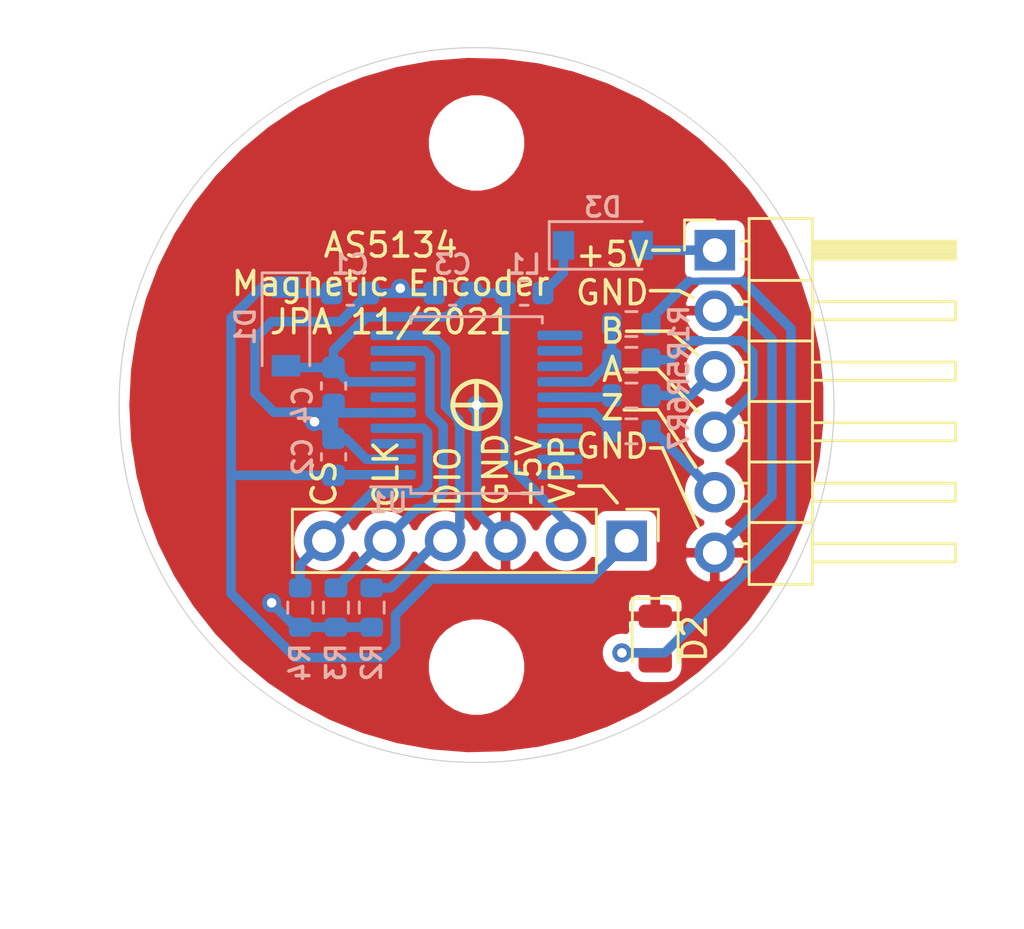
<source format=kicad_pcb>
(kicad_pcb (version 20171130) (host pcbnew 5.1.12-84ad8e8a86~92~ubuntu20.04.1)

  (general
    (thickness 1.6)
    (drawings 25)
    (tracks 138)
    (zones 0)
    (modules 20)
    (nets 26)
  )

  (page A4)
  (layers
    (0 F.Cu signal)
    (31 B.Cu signal)
    (32 B.Adhes user)
    (33 F.Adhes user)
    (34 B.Paste user)
    (35 F.Paste user)
    (36 B.SilkS user)
    (37 F.SilkS user)
    (38 B.Mask user)
    (39 F.Mask user)
    (40 Dwgs.User user)
    (41 Cmts.User user)
    (42 Eco1.User user)
    (43 Eco2.User user)
    (44 Edge.Cuts user)
    (45 Margin user)
    (46 B.CrtYd user)
    (47 F.CrtYd user)
    (48 B.Fab user)
    (49 F.Fab user)
  )

  (setup
    (last_trace_width 0.4)
    (user_trace_width 0.3)
    (trace_clearance 0.25)
    (zone_clearance 0.25)
    (zone_45_only no)
    (trace_min 0.2)
    (via_size 0.8)
    (via_drill 0.4)
    (via_min_size 0.4)
    (via_min_drill 0.3)
    (uvia_size 0.3)
    (uvia_drill 0.1)
    (uvias_allowed no)
    (uvia_min_size 0.2)
    (uvia_min_drill 0.1)
    (edge_width 0.05)
    (segment_width 0.2)
    (pcb_text_width 0.3)
    (pcb_text_size 1.5 1.5)
    (mod_edge_width 0.15)
    (mod_text_size 1 1)
    (mod_text_width 0.15)
    (pad_size 1.524 1.524)
    (pad_drill 0.762)
    (pad_to_mask_clearance 0)
    (aux_axis_origin 0 0)
    (visible_elements FFFFFF7F)
    (pcbplotparams
      (layerselection 0x010fc_ffffffff)
      (usegerberextensions false)
      (usegerberattributes true)
      (usegerberadvancedattributes true)
      (creategerberjobfile true)
      (excludeedgelayer true)
      (linewidth 0.100000)
      (plotframeref false)
      (viasonmask false)
      (mode 1)
      (useauxorigin false)
      (hpglpennumber 1)
      (hpglpenspeed 20)
      (hpglpendiameter 15.000000)
      (psnegative false)
      (psa4output false)
      (plotreference true)
      (plotvalue true)
      (plotinvisibletext false)
      (padsonsilk false)
      (subtractmaskfromsilk false)
      (outputformat 1)
      (mirror false)
      (drillshape 1)
      (scaleselection 1)
      (outputdirectory ""))
  )

  (net 0 "")
  (net 1 GND)
  (net 2 /VPP)
  (net 3 +5V)
  (net 4 "Net-(D2-Pad2)")
  (net 5 "Net-(D3-Pad2)")
  (net 6 "Net-(D3-Pad1)")
  (net 7 /CS)
  (net 8 /CLK)
  (net 9 /DIO)
  (net 10 /Z)
  (net 11 /A)
  (net 12 /B)
  (net 13 "Net-(R1-Pad2)")
  (net 14 "Net-(R6-Pad2)")
  (net 15 "Net-(R7-Pad2)")
  (net 16 "Net-(U1-Pad20)")
  (net 17 "Net-(U1-Pad19)")
  (net 18 "Net-(U1-Pad18)")
  (net 19 "Net-(U1-Pad17)")
  (net 20 "Net-(U1-Pad13)")
  (net 21 "Net-(U1-Pad12)")
  (net 22 "Net-(U1-Pad11)")
  (net 23 "Net-(U1-Pad8)")
  (net 24 "Net-(U1-Pad6)")
  (net 25 "Net-(U1-Pad3)")

  (net_class Default "This is the default net class."
    (clearance 0.25)
    (trace_width 0.4)
    (via_dia 0.8)
    (via_drill 0.4)
    (uvia_dia 0.3)
    (uvia_drill 0.1)
    (add_net +5V)
    (add_net /A)
    (add_net /B)
    (add_net /CLK)
    (add_net /CS)
    (add_net /DIO)
    (add_net /VPP)
    (add_net /Z)
    (add_net GND)
    (add_net "Net-(D2-Pad2)")
    (add_net "Net-(D3-Pad1)")
    (add_net "Net-(D3-Pad2)")
    (add_net "Net-(R1-Pad2)")
    (add_net "Net-(R6-Pad2)")
    (add_net "Net-(R7-Pad2)")
    (add_net "Net-(U1-Pad11)")
    (add_net "Net-(U1-Pad12)")
    (add_net "Net-(U1-Pad13)")
    (add_net "Net-(U1-Pad17)")
    (add_net "Net-(U1-Pad18)")
    (add_net "Net-(U1-Pad19)")
    (add_net "Net-(U1-Pad20)")
    (add_net "Net-(U1-Pad3)")
    (add_net "Net-(U1-Pad6)")
    (add_net "Net-(U1-Pad8)")
  )

  (module Connector_PinHeader_2.54mm:PinHeader_1x06_P2.54mm_Vertical (layer F.Cu) (tedit 59FED5CC) (tstamp 618EA524)
    (at 86.3 125.7 270)
    (descr "Through hole straight pin header, 1x06, 2.54mm pitch, single row")
    (tags "Through hole pin header THT 1x06 2.54mm single row")
    (path /618E65D5)
    (fp_text reference J1 (at 0 -2.33 90) (layer F.SilkS) hide
      (effects (font (size 1 1) (thickness 0.15)))
    )
    (fp_text value Program (at 0 15.03 90) (layer F.Fab)
      (effects (font (size 1 1) (thickness 0.15)))
    )
    (fp_text user %R (at 0 6.35) (layer F.Fab)
      (effects (font (size 1 1) (thickness 0.15)))
    )
    (fp_line (start -0.635 -1.27) (end 1.27 -1.27) (layer F.Fab) (width 0.1))
    (fp_line (start 1.27 -1.27) (end 1.27 13.97) (layer F.Fab) (width 0.1))
    (fp_line (start 1.27 13.97) (end -1.27 13.97) (layer F.Fab) (width 0.1))
    (fp_line (start -1.27 13.97) (end -1.27 -0.635) (layer F.Fab) (width 0.1))
    (fp_line (start -1.27 -0.635) (end -0.635 -1.27) (layer F.Fab) (width 0.1))
    (fp_line (start -1.33 14.03) (end 1.33 14.03) (layer F.SilkS) (width 0.12))
    (fp_line (start -1.33 1.27) (end -1.33 14.03) (layer F.SilkS) (width 0.12))
    (fp_line (start 1.33 1.27) (end 1.33 14.03) (layer F.SilkS) (width 0.12))
    (fp_line (start -1.33 1.27) (end 1.33 1.27) (layer F.SilkS) (width 0.12))
    (fp_line (start -1.33 0) (end -1.33 -1.33) (layer F.SilkS) (width 0.12))
    (fp_line (start -1.33 -1.33) (end 0 -1.33) (layer F.SilkS) (width 0.12))
    (fp_line (start -1.8 -1.8) (end -1.8 14.5) (layer F.CrtYd) (width 0.05))
    (fp_line (start -1.8 14.5) (end 1.8 14.5) (layer F.CrtYd) (width 0.05))
    (fp_line (start 1.8 14.5) (end 1.8 -1.8) (layer F.CrtYd) (width 0.05))
    (fp_line (start 1.8 -1.8) (end -1.8 -1.8) (layer F.CrtYd) (width 0.05))
    (pad 6 thru_hole oval (at 0 12.7 270) (size 1.7 1.7) (drill 1) (layers *.Cu *.Mask)
      (net 7 /CS))
    (pad 5 thru_hole oval (at 0 10.16 270) (size 1.7 1.7) (drill 1) (layers *.Cu *.Mask)
      (net 8 /CLK))
    (pad 4 thru_hole oval (at 0 7.62 270) (size 1.7 1.7) (drill 1) (layers *.Cu *.Mask)
      (net 9 /DIO))
    (pad 3 thru_hole oval (at 0 5.08 270) (size 1.7 1.7) (drill 1) (layers *.Cu *.Mask)
      (net 1 GND))
    (pad 2 thru_hole oval (at 0 2.54 270) (size 1.7 1.7) (drill 1) (layers *.Cu *.Mask)
      (net 3 +5V))
    (pad 1 thru_hole rect (at 0 0 270) (size 1.7 1.7) (drill 1) (layers *.Cu *.Mask)
      (net 2 /VPP))
    (model ${KISYS3DMOD}/Connector_PinHeader_2.54mm.3dshapes/PinHeader_1x06_P2.54mm_Vertical.wrl
      (at (xyz 0 0 0))
      (scale (xyz 1 1 1))
      (rotate (xyz 0 0 0))
    )
  )

  (module Package_SO:SSOP-20_5.3x7.2mm_P0.65mm (layer B.Cu) (tedit 618E6BAA) (tstamp 618EEADF)
    (at 80 120)
    (descr "SSOP, 20 Pin (http://ww1.microchip.com/downloads/en/DeviceDoc/40001800C.pdf), generated with kicad-footprint-generator ipc_gullwing_generator.py")
    (tags "SSOP SO")
    (path /618E5BFB)
    (attr smd)
    (fp_text reference U1 (at -3.7 4.1 180) (layer B.SilkS)
      (effects (font (size 0.8 0.8) (thickness 0.15)) (justify mirror))
    )
    (fp_text value AS5134 (at 0 -4.55) (layer B.Fab)
      (effects (font (size 1 1) (thickness 0.15)) (justify mirror))
    )
    (fp_text user %R (at 0 0) (layer B.Fab)
      (effects (font (size 1 1) (thickness 0.15)) (justify mirror))
    )
    (fp_line (start 0 -3.71) (end 2.76 -3.71) (layer B.SilkS) (width 0.12))
    (fp_line (start 2.76 -3.71) (end 2.76 -3.435) (layer B.SilkS) (width 0.12))
    (fp_line (start 0 -3.71) (end -2.76 -3.71) (layer B.SilkS) (width 0.12))
    (fp_line (start -2.76 -3.71) (end -2.76 -3.435) (layer B.SilkS) (width 0.12))
    (fp_line (start 0 3.71) (end 2.76 3.71) (layer B.SilkS) (width 0.12))
    (fp_line (start 2.76 3.71) (end 2.76 3.435) (layer B.SilkS) (width 0.12))
    (fp_line (start 0 3.71) (end -2.76 3.71) (layer B.SilkS) (width 0.12))
    (fp_line (start -2.76 3.71) (end -2.76 3.435) (layer B.SilkS) (width 0.12))
    (fp_line (start -2.76 3.435) (end -4.45 3.435) (layer B.SilkS) (width 0.12))
    (fp_line (start -1.65 3.6) (end 2.65 3.6) (layer B.Fab) (width 0.1))
    (fp_line (start 2.65 3.6) (end 2.65 -3.6) (layer B.Fab) (width 0.1))
    (fp_line (start 2.65 -3.6) (end -2.65 -3.6) (layer B.Fab) (width 0.1))
    (fp_line (start -2.65 -3.6) (end -2.65 2.6) (layer B.Fab) (width 0.1))
    (fp_line (start -2.65 2.6) (end -1.65 3.6) (layer B.Fab) (width 0.1))
    (fp_line (start -4.7 3.85) (end -4.7 -3.85) (layer B.CrtYd) (width 0.05))
    (fp_line (start -4.7 -3.85) (end 4.7 -3.85) (layer B.CrtYd) (width 0.05))
    (fp_line (start 4.7 -3.85) (end 4.7 3.85) (layer B.CrtYd) (width 0.05))
    (fp_line (start 4.7 3.85) (end -4.7 3.85) (layer B.CrtYd) (width 0.05))
    (pad 20 smd roundrect (at 3.5 2.925) (size 1.9 0.4) (layers B.Cu B.Paste B.Mask) (roundrect_rratio 0.25)
      (net 16 "Net-(U1-Pad20)"))
    (pad 19 smd roundrect (at 3.5 2.275) (size 1.9 0.4) (layers B.Cu B.Paste B.Mask) (roundrect_rratio 0.25)
      (net 17 "Net-(U1-Pad19)"))
    (pad 18 smd roundrect (at 3.5 1.625) (size 1.9 0.4) (layers B.Cu B.Paste B.Mask) (roundrect_rratio 0.25)
      (net 18 "Net-(U1-Pad18)"))
    (pad 17 smd roundrect (at 3.5 0.975) (size 1.9 0.4) (layers B.Cu B.Paste B.Mask) (roundrect_rratio 0.25)
      (net 19 "Net-(U1-Pad17)"))
    (pad 16 smd roundrect (at 3.5 0.325) (size 1.9 0.4) (layers B.Cu B.Paste B.Mask) (roundrect_rratio 0.25)
      (net 15 "Net-(R7-Pad2)"))
    (pad 15 smd roundrect (at 3.5 -0.325) (size 1.9 0.4) (layers B.Cu B.Paste B.Mask) (roundrect_rratio 0.25)
      (net 14 "Net-(R6-Pad2)"))
    (pad 14 smd roundrect (at 3.5 -0.975) (size 1.9 0.4) (layers B.Cu B.Paste B.Mask) (roundrect_rratio 0.25)
      (net 13 "Net-(R1-Pad2)"))
    (pad 13 smd roundrect (at 3.5 -1.625) (size 1.9 0.4) (layers B.Cu B.Paste B.Mask) (roundrect_rratio 0.25)
      (net 20 "Net-(U1-Pad13)"))
    (pad 12 smd roundrect (at 3.5 -2.275) (size 1.9 0.4) (layers B.Cu B.Paste B.Mask) (roundrect_rratio 0.25)
      (net 21 "Net-(U1-Pad12)"))
    (pad 11 smd roundrect (at 3.5 -2.925) (size 1.9 0.4) (layers B.Cu B.Paste B.Mask) (roundrect_rratio 0.25)
      (net 22 "Net-(U1-Pad11)"))
    (pad 10 smd roundrect (at -3.5 -2.925) (size 1.9 0.4) (layers B.Cu B.Paste B.Mask) (roundrect_rratio 0.25)
      (net 9 /DIO))
    (pad 9 smd roundrect (at -3.5 -2.275) (size 1.9 0.4) (layers B.Cu B.Paste B.Mask) (roundrect_rratio 0.25)
      (net 8 /CLK))
    (pad 8 smd roundrect (at -3.5 -1.625) (size 1.9 0.4) (layers B.Cu B.Paste B.Mask) (roundrect_rratio 0.25)
      (net 23 "Net-(U1-Pad8)"))
    (pad 7 smd roundrect (at -3.5 -0.975) (size 1.9 0.4) (layers B.Cu B.Paste B.Mask) (roundrect_rratio 0.25)
      (net 3 +5V))
    (pad 6 smd roundrect (at -3.5 -0.325) (size 1.9 0.4) (layers B.Cu B.Paste B.Mask) (roundrect_rratio 0.25)
      (net 24 "Net-(U1-Pad6)"))
    (pad 5 smd roundrect (at -3.5 0.325) (size 1.9 0.4) (layers B.Cu B.Paste B.Mask) (roundrect_rratio 0.25)
      (net 1 GND))
    (pad 4 smd roundrect (at -3.5 0.975) (size 1.9 0.4) (layers B.Cu B.Paste B.Mask) (roundrect_rratio 0.25)
      (net 7 /CS))
    (pad 3 smd roundrect (at -3.5 1.625) (size 1.9 0.4) (layers B.Cu B.Paste B.Mask) (roundrect_rratio 0.25)
      (net 25 "Net-(U1-Pad3)"))
    (pad 2 smd roundrect (at -3.5 2.275) (size 1.9 0.4) (layers B.Cu B.Paste B.Mask) (roundrect_rratio 0.25)
      (net 1 GND))
    (pad 1 smd roundrect (at -3.5 2.925) (size 1.9 0.4) (layers B.Cu B.Paste B.Mask) (roundrect_rratio 0.25)
      (net 2 /VPP))
    (model ${KISYS3DMOD}/Package_SO.3dshapes/SSOP-20_5.3x7.2mm_P0.65mm.wrl
      (at (xyz 0 0 0))
      (scale (xyz 1 1 1))
      (rotate (xyz 0 0 0))
    )
  )

  (module MountingHole:MountingHole_3.2mm_M3 (layer F.Cu) (tedit 56D1B4CB) (tstamp 618EBA25)
    (at 80 131)
    (descr "Mounting Hole 3.2mm, no annular, M3")
    (tags "mounting hole 3.2mm no annular m3")
    (attr virtual)
    (fp_text reference REF** (at 0 -4.2) (layer F.SilkS) hide
      (effects (font (size 1 1) (thickness 0.15)))
    )
    (fp_text value MountingHole_3.2mm_M3 (at 0 4.2) (layer F.Fab)
      (effects (font (size 1 1) (thickness 0.15)))
    )
    (fp_text user %R (at 0.3 0) (layer F.Fab)
      (effects (font (size 1 1) (thickness 0.15)))
    )
    (fp_circle (center 0 0) (end 3.2 0) (layer Cmts.User) (width 0.15))
    (fp_circle (center 0 0) (end 3.45 0) (layer F.CrtYd) (width 0.05))
    (pad 1 np_thru_hole circle (at 0 0) (size 3.2 3.2) (drill 3.2) (layers *.Cu *.Mask))
  )

  (module MountingHole:MountingHole_3.2mm_M3 (layer F.Cu) (tedit 56D1B4CB) (tstamp 618EBA08)
    (at 80 109)
    (descr "Mounting Hole 3.2mm, no annular, M3")
    (tags "mounting hole 3.2mm no annular m3")
    (attr virtual)
    (fp_text reference REF** (at 0 -4.2) (layer F.SilkS) hide
      (effects (font (size 1 1) (thickness 0.15)))
    )
    (fp_text value MountingHole_3.2mm_M3 (at 0 4.2) (layer F.Fab)
      (effects (font (size 1 1) (thickness 0.15)))
    )
    (fp_text user %R (at 0.3 0) (layer F.Fab)
      (effects (font (size 1 1) (thickness 0.15)))
    )
    (fp_circle (center 0 0) (end 3.2 0) (layer Cmts.User) (width 0.15))
    (fp_circle (center 0 0) (end 3.45 0) (layer F.CrtYd) (width 0.05))
    (pad 1 np_thru_hole circle (at 0 0) (size 3.2 3.2) (drill 3.2) (layers *.Cu *.Mask))
  )

  (module Resistor_SMD:R_0603_1608Metric (layer B.Cu) (tedit 5F68FEEE) (tstamp 618E9774)
    (at 86.5 121.1 180)
    (descr "Resistor SMD 0603 (1608 Metric), square (rectangular) end terminal, IPC_7351 nominal, (Body size source: IPC-SM-782 page 72, https://www.pcb-3d.com/wordpress/wp-content/uploads/ipc-sm-782a_amendment_1_and_2.pdf), generated with kicad-footprint-generator")
    (tags resistor)
    (path /6190AF3D)
    (attr smd)
    (fp_text reference R7 (at -2 0 90) (layer B.SilkS)
      (effects (font (size 0.8 0.8) (thickness 0.15)) (justify mirror))
    )
    (fp_text value 100 (at 0 -1.43) (layer B.Fab)
      (effects (font (size 1 1) (thickness 0.15)) (justify mirror))
    )
    (fp_text user %R (at 0 0) (layer B.Fab)
      (effects (font (size 0.4 0.4) (thickness 0.06)) (justify mirror))
    )
    (fp_line (start -0.8 -0.4125) (end -0.8 0.4125) (layer B.Fab) (width 0.1))
    (fp_line (start -0.8 0.4125) (end 0.8 0.4125) (layer B.Fab) (width 0.1))
    (fp_line (start 0.8 0.4125) (end 0.8 -0.4125) (layer B.Fab) (width 0.1))
    (fp_line (start 0.8 -0.4125) (end -0.8 -0.4125) (layer B.Fab) (width 0.1))
    (fp_line (start -0.237258 0.5225) (end 0.237258 0.5225) (layer B.SilkS) (width 0.12))
    (fp_line (start -0.237258 -0.5225) (end 0.237258 -0.5225) (layer B.SilkS) (width 0.12))
    (fp_line (start -1.48 -0.73) (end -1.48 0.73) (layer B.CrtYd) (width 0.05))
    (fp_line (start -1.48 0.73) (end 1.48 0.73) (layer B.CrtYd) (width 0.05))
    (fp_line (start 1.48 0.73) (end 1.48 -0.73) (layer B.CrtYd) (width 0.05))
    (fp_line (start 1.48 -0.73) (end -1.48 -0.73) (layer B.CrtYd) (width 0.05))
    (pad 2 smd roundrect (at 0.825 0 180) (size 0.8 0.95) (layers B.Cu B.Paste B.Mask) (roundrect_rratio 0.25)
      (net 15 "Net-(R7-Pad2)"))
    (pad 1 smd roundrect (at -0.825 0 180) (size 0.8 0.95) (layers B.Cu B.Paste B.Mask) (roundrect_rratio 0.25)
      (net 10 /Z))
    (model ${KISYS3DMOD}/Resistor_SMD.3dshapes/R_0603_1608Metric.wrl
      (at (xyz 0 0 0))
      (scale (xyz 1 1 1))
      (rotate (xyz 0 0 0))
    )
  )

  (module Resistor_SMD:R_0603_1608Metric (layer B.Cu) (tedit 5F68FEEE) (tstamp 618E9763)
    (at 86.5 119.6 180)
    (descr "Resistor SMD 0603 (1608 Metric), square (rectangular) end terminal, IPC_7351 nominal, (Body size source: IPC-SM-782 page 72, https://www.pcb-3d.com/wordpress/wp-content/uploads/ipc-sm-782a_amendment_1_and_2.pdf), generated with kicad-footprint-generator")
    (tags resistor)
    (path /6190AD4B)
    (attr smd)
    (fp_text reference R6 (at -2 0 90) (layer B.SilkS)
      (effects (font (size 0.8 0.8) (thickness 0.15)) (justify mirror))
    )
    (fp_text value 100 (at 0 -1.43) (layer B.Fab)
      (effects (font (size 1 1) (thickness 0.15)) (justify mirror))
    )
    (fp_text user %R (at 0 0) (layer B.Fab)
      (effects (font (size 0.4 0.4) (thickness 0.06)) (justify mirror))
    )
    (fp_line (start -0.8 -0.4125) (end -0.8 0.4125) (layer B.Fab) (width 0.1))
    (fp_line (start -0.8 0.4125) (end 0.8 0.4125) (layer B.Fab) (width 0.1))
    (fp_line (start 0.8 0.4125) (end 0.8 -0.4125) (layer B.Fab) (width 0.1))
    (fp_line (start 0.8 -0.4125) (end -0.8 -0.4125) (layer B.Fab) (width 0.1))
    (fp_line (start -0.237258 0.5225) (end 0.237258 0.5225) (layer B.SilkS) (width 0.12))
    (fp_line (start -0.237258 -0.5225) (end 0.237258 -0.5225) (layer B.SilkS) (width 0.12))
    (fp_line (start -1.48 -0.73) (end -1.48 0.73) (layer B.CrtYd) (width 0.05))
    (fp_line (start -1.48 0.73) (end 1.48 0.73) (layer B.CrtYd) (width 0.05))
    (fp_line (start 1.48 0.73) (end 1.48 -0.73) (layer B.CrtYd) (width 0.05))
    (fp_line (start 1.48 -0.73) (end -1.48 -0.73) (layer B.CrtYd) (width 0.05))
    (pad 2 smd roundrect (at 0.825 0 180) (size 0.8 0.95) (layers B.Cu B.Paste B.Mask) (roundrect_rratio 0.25)
      (net 14 "Net-(R6-Pad2)"))
    (pad 1 smd roundrect (at -0.825 0 180) (size 0.8 0.95) (layers B.Cu B.Paste B.Mask) (roundrect_rratio 0.25)
      (net 12 /B))
    (model ${KISYS3DMOD}/Resistor_SMD.3dshapes/R_0603_1608Metric.wrl
      (at (xyz 0 0 0))
      (scale (xyz 1 1 1))
      (rotate (xyz 0 0 0))
    )
  )

  (module Resistor_SMD:R_0603_1608Metric (layer B.Cu) (tedit 5F68FEEE) (tstamp 618E9752)
    (at 86.5 118.1 180)
    (descr "Resistor SMD 0603 (1608 Metric), square (rectangular) end terminal, IPC_7351 nominal, (Body size source: IPC-SM-782 page 72, https://www.pcb-3d.com/wordpress/wp-content/uploads/ipc-sm-782a_amendment_1_and_2.pdf), generated with kicad-footprint-generator")
    (tags resistor)
    (path /6190A871)
    (attr smd)
    (fp_text reference R5 (at -2 0 90) (layer B.SilkS)
      (effects (font (size 0.8 0.8) (thickness 0.15)) (justify mirror))
    )
    (fp_text value 100 (at 0 -1.43) (layer B.Fab)
      (effects (font (size 1 1) (thickness 0.15)) (justify mirror))
    )
    (fp_text user %R (at 0 0) (layer B.Fab)
      (effects (font (size 0.4 0.4) (thickness 0.06)) (justify mirror))
    )
    (fp_line (start -0.8 -0.4125) (end -0.8 0.4125) (layer B.Fab) (width 0.1))
    (fp_line (start -0.8 0.4125) (end 0.8 0.4125) (layer B.Fab) (width 0.1))
    (fp_line (start 0.8 0.4125) (end 0.8 -0.4125) (layer B.Fab) (width 0.1))
    (fp_line (start 0.8 -0.4125) (end -0.8 -0.4125) (layer B.Fab) (width 0.1))
    (fp_line (start -0.237258 0.5225) (end 0.237258 0.5225) (layer B.SilkS) (width 0.12))
    (fp_line (start -0.237258 -0.5225) (end 0.237258 -0.5225) (layer B.SilkS) (width 0.12))
    (fp_line (start -1.48 -0.73) (end -1.48 0.73) (layer B.CrtYd) (width 0.05))
    (fp_line (start -1.48 0.73) (end 1.48 0.73) (layer B.CrtYd) (width 0.05))
    (fp_line (start 1.48 0.73) (end 1.48 -0.73) (layer B.CrtYd) (width 0.05))
    (fp_line (start 1.48 -0.73) (end -1.48 -0.73) (layer B.CrtYd) (width 0.05))
    (pad 2 smd roundrect (at 0.825 0 180) (size 0.8 0.95) (layers B.Cu B.Paste B.Mask) (roundrect_rratio 0.25)
      (net 13 "Net-(R1-Pad2)"))
    (pad 1 smd roundrect (at -0.825 0 180) (size 0.8 0.95) (layers B.Cu B.Paste B.Mask) (roundrect_rratio 0.25)
      (net 11 /A))
    (model ${KISYS3DMOD}/Resistor_SMD.3dshapes/R_0603_1608Metric.wrl
      (at (xyz 0 0 0))
      (scale (xyz 1 1 1))
      (rotate (xyz 0 0 0))
    )
  )

  (module Resistor_SMD:R_0603_1608Metric (layer B.Cu) (tedit 5F68FEEE) (tstamp 618E9741)
    (at 72.6 128.5 270)
    (descr "Resistor SMD 0603 (1608 Metric), square (rectangular) end terminal, IPC_7351 nominal, (Body size source: IPC-SM-782 page 72, https://www.pcb-3d.com/wordpress/wp-content/uploads/ipc-sm-782a_amendment_1_and_2.pdf), generated with kicad-footprint-generator")
    (tags resistor)
    (path /618E9407)
    (attr smd)
    (fp_text reference R4 (at 2.3 0 90) (layer B.SilkS)
      (effects (font (size 0.8 0.8) (thickness 0.15)) (justify mirror))
    )
    (fp_text value 100k (at 0 -1.43 90) (layer B.Fab)
      (effects (font (size 1 1) (thickness 0.15)) (justify mirror))
    )
    (fp_text user %R (at 0 0 90) (layer B.Fab)
      (effects (font (size 0.4 0.4) (thickness 0.06)) (justify mirror))
    )
    (fp_line (start -0.8 -0.4125) (end -0.8 0.4125) (layer B.Fab) (width 0.1))
    (fp_line (start -0.8 0.4125) (end 0.8 0.4125) (layer B.Fab) (width 0.1))
    (fp_line (start 0.8 0.4125) (end 0.8 -0.4125) (layer B.Fab) (width 0.1))
    (fp_line (start 0.8 -0.4125) (end -0.8 -0.4125) (layer B.Fab) (width 0.1))
    (fp_line (start -0.237258 0.5225) (end 0.237258 0.5225) (layer B.SilkS) (width 0.12))
    (fp_line (start -0.237258 -0.5225) (end 0.237258 -0.5225) (layer B.SilkS) (width 0.12))
    (fp_line (start -1.48 -0.73) (end -1.48 0.73) (layer B.CrtYd) (width 0.05))
    (fp_line (start -1.48 0.73) (end 1.48 0.73) (layer B.CrtYd) (width 0.05))
    (fp_line (start 1.48 0.73) (end 1.48 -0.73) (layer B.CrtYd) (width 0.05))
    (fp_line (start 1.48 -0.73) (end -1.48 -0.73) (layer B.CrtYd) (width 0.05))
    (pad 2 smd roundrect (at 0.825 0 270) (size 0.8 0.95) (layers B.Cu B.Paste B.Mask) (roundrect_rratio 0.25)
      (net 1 GND))
    (pad 1 smd roundrect (at -0.825 0 270) (size 0.8 0.95) (layers B.Cu B.Paste B.Mask) (roundrect_rratio 0.25)
      (net 7 /CS))
    (model ${KISYS3DMOD}/Resistor_SMD.3dshapes/R_0603_1608Metric.wrl
      (at (xyz 0 0 0))
      (scale (xyz 1 1 1))
      (rotate (xyz 0 0 0))
    )
  )

  (module Resistor_SMD:R_0603_1608Metric (layer B.Cu) (tedit 5F68FEEE) (tstamp 618E9730)
    (at 74.1 128.5 270)
    (descr "Resistor SMD 0603 (1608 Metric), square (rectangular) end terminal, IPC_7351 nominal, (Body size source: IPC-SM-782 page 72, https://www.pcb-3d.com/wordpress/wp-content/uploads/ipc-sm-782a_amendment_1_and_2.pdf), generated with kicad-footprint-generator")
    (tags resistor)
    (path /618E973B)
    (attr smd)
    (fp_text reference R3 (at 2.3 0 90) (layer B.SilkS)
      (effects (font (size 0.8 0.8) (thickness 0.15)) (justify mirror))
    )
    (fp_text value 100k (at 0 -1.43 90) (layer B.Fab)
      (effects (font (size 1 1) (thickness 0.15)) (justify mirror))
    )
    (fp_text user %R (at 0 0 90) (layer B.Fab)
      (effects (font (size 0.4 0.4) (thickness 0.06)) (justify mirror))
    )
    (fp_line (start -0.8 -0.4125) (end -0.8 0.4125) (layer B.Fab) (width 0.1))
    (fp_line (start -0.8 0.4125) (end 0.8 0.4125) (layer B.Fab) (width 0.1))
    (fp_line (start 0.8 0.4125) (end 0.8 -0.4125) (layer B.Fab) (width 0.1))
    (fp_line (start 0.8 -0.4125) (end -0.8 -0.4125) (layer B.Fab) (width 0.1))
    (fp_line (start -0.237258 0.5225) (end 0.237258 0.5225) (layer B.SilkS) (width 0.12))
    (fp_line (start -0.237258 -0.5225) (end 0.237258 -0.5225) (layer B.SilkS) (width 0.12))
    (fp_line (start -1.48 -0.73) (end -1.48 0.73) (layer B.CrtYd) (width 0.05))
    (fp_line (start -1.48 0.73) (end 1.48 0.73) (layer B.CrtYd) (width 0.05))
    (fp_line (start 1.48 0.73) (end 1.48 -0.73) (layer B.CrtYd) (width 0.05))
    (fp_line (start 1.48 -0.73) (end -1.48 -0.73) (layer B.CrtYd) (width 0.05))
    (pad 2 smd roundrect (at 0.825 0 270) (size 0.8 0.95) (layers B.Cu B.Paste B.Mask) (roundrect_rratio 0.25)
      (net 1 GND))
    (pad 1 smd roundrect (at -0.825 0 270) (size 0.8 0.95) (layers B.Cu B.Paste B.Mask) (roundrect_rratio 0.25)
      (net 8 /CLK))
    (model ${KISYS3DMOD}/Resistor_SMD.3dshapes/R_0603_1608Metric.wrl
      (at (xyz 0 0 0))
      (scale (xyz 1 1 1))
      (rotate (xyz 0 0 0))
    )
  )

  (module Resistor_SMD:R_0603_1608Metric (layer B.Cu) (tedit 5F68FEEE) (tstamp 618E971F)
    (at 75.6 128.5 270)
    (descr "Resistor SMD 0603 (1608 Metric), square (rectangular) end terminal, IPC_7351 nominal, (Body size source: IPC-SM-782 page 72, https://www.pcb-3d.com/wordpress/wp-content/uploads/ipc-sm-782a_amendment_1_and_2.pdf), generated with kicad-footprint-generator")
    (tags resistor)
    (path /618E9914)
    (attr smd)
    (fp_text reference R2 (at 2.3 0 90) (layer B.SilkS)
      (effects (font (size 0.8 0.8) (thickness 0.15)) (justify mirror))
    )
    (fp_text value 100k (at 0 -1.43 90) (layer B.Fab)
      (effects (font (size 1 1) (thickness 0.15)) (justify mirror))
    )
    (fp_text user %R (at 0 0 90) (layer B.Fab)
      (effects (font (size 0.4 0.4) (thickness 0.06)) (justify mirror))
    )
    (fp_line (start -0.8 -0.4125) (end -0.8 0.4125) (layer B.Fab) (width 0.1))
    (fp_line (start -0.8 0.4125) (end 0.8 0.4125) (layer B.Fab) (width 0.1))
    (fp_line (start 0.8 0.4125) (end 0.8 -0.4125) (layer B.Fab) (width 0.1))
    (fp_line (start 0.8 -0.4125) (end -0.8 -0.4125) (layer B.Fab) (width 0.1))
    (fp_line (start -0.237258 0.5225) (end 0.237258 0.5225) (layer B.SilkS) (width 0.12))
    (fp_line (start -0.237258 -0.5225) (end 0.237258 -0.5225) (layer B.SilkS) (width 0.12))
    (fp_line (start -1.48 -0.73) (end -1.48 0.73) (layer B.CrtYd) (width 0.05))
    (fp_line (start -1.48 0.73) (end 1.48 0.73) (layer B.CrtYd) (width 0.05))
    (fp_line (start 1.48 0.73) (end 1.48 -0.73) (layer B.CrtYd) (width 0.05))
    (fp_line (start 1.48 -0.73) (end -1.48 -0.73) (layer B.CrtYd) (width 0.05))
    (pad 2 smd roundrect (at 0.825 0 270) (size 0.8 0.95) (layers B.Cu B.Paste B.Mask) (roundrect_rratio 0.25)
      (net 1 GND))
    (pad 1 smd roundrect (at -0.825 0 270) (size 0.8 0.95) (layers B.Cu B.Paste B.Mask) (roundrect_rratio 0.25)
      (net 9 /DIO))
    (model ${KISYS3DMOD}/Resistor_SMD.3dshapes/R_0603_1608Metric.wrl
      (at (xyz 0 0 0))
      (scale (xyz 1 1 1))
      (rotate (xyz 0 0 0))
    )
  )

  (module Resistor_SMD:R_0603_1608Metric (layer B.Cu) (tedit 5F68FEEE) (tstamp 618E970E)
    (at 86.5 116.6 180)
    (descr "Resistor SMD 0603 (1608 Metric), square (rectangular) end terminal, IPC_7351 nominal, (Body size source: IPC-SM-782 page 72, https://www.pcb-3d.com/wordpress/wp-content/uploads/ipc-sm-782a_amendment_1_and_2.pdf), generated with kicad-footprint-generator")
    (tags resistor)
    (path /6190F857)
    (attr smd)
    (fp_text reference R1 (at -2 0 90) (layer B.SilkS)
      (effects (font (size 0.8 0.8) (thickness 0.15)) (justify mirror))
    )
    (fp_text value 4k7 (at 0 -1.43) (layer B.Fab)
      (effects (font (size 1 1) (thickness 0.15)) (justify mirror))
    )
    (fp_text user %R (at 0 0) (layer B.Fab)
      (effects (font (size 0.4 0.4) (thickness 0.06)) (justify mirror))
    )
    (fp_line (start -0.8 -0.4125) (end -0.8 0.4125) (layer B.Fab) (width 0.1))
    (fp_line (start -0.8 0.4125) (end 0.8 0.4125) (layer B.Fab) (width 0.1))
    (fp_line (start 0.8 0.4125) (end 0.8 -0.4125) (layer B.Fab) (width 0.1))
    (fp_line (start 0.8 -0.4125) (end -0.8 -0.4125) (layer B.Fab) (width 0.1))
    (fp_line (start -0.237258 0.5225) (end 0.237258 0.5225) (layer B.SilkS) (width 0.12))
    (fp_line (start -0.237258 -0.5225) (end 0.237258 -0.5225) (layer B.SilkS) (width 0.12))
    (fp_line (start -1.48 -0.73) (end -1.48 0.73) (layer B.CrtYd) (width 0.05))
    (fp_line (start -1.48 0.73) (end 1.48 0.73) (layer B.CrtYd) (width 0.05))
    (fp_line (start 1.48 0.73) (end 1.48 -0.73) (layer B.CrtYd) (width 0.05))
    (fp_line (start 1.48 -0.73) (end -1.48 -0.73) (layer B.CrtYd) (width 0.05))
    (pad 2 smd roundrect (at 0.825 0 180) (size 0.8 0.95) (layers B.Cu B.Paste B.Mask) (roundrect_rratio 0.25)
      (net 13 "Net-(R1-Pad2)"))
    (pad 1 smd roundrect (at -0.825 0 180) (size 0.8 0.95) (layers B.Cu B.Paste B.Mask) (roundrect_rratio 0.25)
      (net 4 "Net-(D2-Pad2)"))
    (model ${KISYS3DMOD}/Resistor_SMD.3dshapes/R_0603_1608Metric.wrl
      (at (xyz 0 0 0))
      (scale (xyz 1 1 1))
      (rotate (xyz 0 0 0))
    )
  )

  (module Inductor_SMD:L_0603_1608Metric (layer B.Cu) (tedit 5F68FEF0) (tstamp 618EB03E)
    (at 82 115.3 180)
    (descr "Inductor SMD 0603 (1608 Metric), square (rectangular) end terminal, IPC_7351 nominal, (Body size source: http://www.tortai-tech.com/upload/download/2011102023233369053.pdf), generated with kicad-footprint-generator")
    (tags inductor)
    (path /618F28B5)
    (attr smd)
    (fp_text reference L1 (at 0 1.2) (layer B.SilkS)
      (effects (font (size 0.8 0.8) (thickness 0.15)) (justify mirror))
    )
    (fp_text value "Ferrite 1k" (at 0 -1.43) (layer B.Fab)
      (effects (font (size 1 1) (thickness 0.15)) (justify mirror))
    )
    (fp_text user %R (at 0 0) (layer B.Fab)
      (effects (font (size 0.4 0.4) (thickness 0.06)) (justify mirror))
    )
    (fp_line (start -0.8 -0.4) (end -0.8 0.4) (layer B.Fab) (width 0.1))
    (fp_line (start -0.8 0.4) (end 0.8 0.4) (layer B.Fab) (width 0.1))
    (fp_line (start 0.8 0.4) (end 0.8 -0.4) (layer B.Fab) (width 0.1))
    (fp_line (start 0.8 -0.4) (end -0.8 -0.4) (layer B.Fab) (width 0.1))
    (fp_line (start -0.162779 0.51) (end 0.162779 0.51) (layer B.SilkS) (width 0.12))
    (fp_line (start -0.162779 -0.51) (end 0.162779 -0.51) (layer B.SilkS) (width 0.12))
    (fp_line (start -1.48 -0.73) (end -1.48 0.73) (layer B.CrtYd) (width 0.05))
    (fp_line (start -1.48 0.73) (end 1.48 0.73) (layer B.CrtYd) (width 0.05))
    (fp_line (start 1.48 0.73) (end 1.48 -0.73) (layer B.CrtYd) (width 0.05))
    (fp_line (start 1.48 -0.73) (end -1.48 -0.73) (layer B.CrtYd) (width 0.05))
    (pad 2 smd roundrect (at 0.7875 0 180) (size 0.875 0.95) (layers B.Cu B.Paste B.Mask) (roundrect_rratio 0.25)
      (net 3 +5V))
    (pad 1 smd roundrect (at -0.7875 0 180) (size 0.875 0.95) (layers B.Cu B.Paste B.Mask) (roundrect_rratio 0.25)
      (net 6 "Net-(D3-Pad1)"))
    (model ${KISYS3DMOD}/Inductor_SMD.3dshapes/L_0603_1608Metric.wrl
      (at (xyz 0 0 0))
      (scale (xyz 1 1 1))
      (rotate (xyz 0 0 0))
    )
  )

  (module Connector_PinHeader_2.54mm:PinHeader_1x06_P2.54mm_Horizontal (layer F.Cu) (tedit 59FED5CB) (tstamp 618EBC25)
    (at 90 113.5)
    (descr "Through hole angled pin header, 1x06, 2.54mm pitch, 6mm pin length, single row")
    (tags "Through hole angled pin header THT 1x06 2.54mm single row")
    (path /618F103D)
    (fp_text reference J2 (at 4.385 -2.27) (layer F.SilkS) hide
      (effects (font (size 1 1) (thickness 0.15)))
    )
    (fp_text value Output (at 4.385 14.97) (layer F.Fab)
      (effects (font (size 1 1) (thickness 0.15)))
    )
    (fp_text user %R (at 2.77 6.35 90) (layer F.Fab)
      (effects (font (size 1 1) (thickness 0.15)))
    )
    (fp_line (start 2.135 -1.27) (end 4.04 -1.27) (layer F.Fab) (width 0.1))
    (fp_line (start 4.04 -1.27) (end 4.04 13.97) (layer F.Fab) (width 0.1))
    (fp_line (start 4.04 13.97) (end 1.5 13.97) (layer F.Fab) (width 0.1))
    (fp_line (start 1.5 13.97) (end 1.5 -0.635) (layer F.Fab) (width 0.1))
    (fp_line (start 1.5 -0.635) (end 2.135 -1.27) (layer F.Fab) (width 0.1))
    (fp_line (start -0.32 -0.32) (end 1.5 -0.32) (layer F.Fab) (width 0.1))
    (fp_line (start -0.32 -0.32) (end -0.32 0.32) (layer F.Fab) (width 0.1))
    (fp_line (start -0.32 0.32) (end 1.5 0.32) (layer F.Fab) (width 0.1))
    (fp_line (start 4.04 -0.32) (end 10.04 -0.32) (layer F.Fab) (width 0.1))
    (fp_line (start 10.04 -0.32) (end 10.04 0.32) (layer F.Fab) (width 0.1))
    (fp_line (start 4.04 0.32) (end 10.04 0.32) (layer F.Fab) (width 0.1))
    (fp_line (start -0.32 2.22) (end 1.5 2.22) (layer F.Fab) (width 0.1))
    (fp_line (start -0.32 2.22) (end -0.32 2.86) (layer F.Fab) (width 0.1))
    (fp_line (start -0.32 2.86) (end 1.5 2.86) (layer F.Fab) (width 0.1))
    (fp_line (start 4.04 2.22) (end 10.04 2.22) (layer F.Fab) (width 0.1))
    (fp_line (start 10.04 2.22) (end 10.04 2.86) (layer F.Fab) (width 0.1))
    (fp_line (start 4.04 2.86) (end 10.04 2.86) (layer F.Fab) (width 0.1))
    (fp_line (start -0.32 4.76) (end 1.5 4.76) (layer F.Fab) (width 0.1))
    (fp_line (start -0.32 4.76) (end -0.32 5.4) (layer F.Fab) (width 0.1))
    (fp_line (start -0.32 5.4) (end 1.5 5.4) (layer F.Fab) (width 0.1))
    (fp_line (start 4.04 4.76) (end 10.04 4.76) (layer F.Fab) (width 0.1))
    (fp_line (start 10.04 4.76) (end 10.04 5.4) (layer F.Fab) (width 0.1))
    (fp_line (start 4.04 5.4) (end 10.04 5.4) (layer F.Fab) (width 0.1))
    (fp_line (start -0.32 7.3) (end 1.5 7.3) (layer F.Fab) (width 0.1))
    (fp_line (start -0.32 7.3) (end -0.32 7.94) (layer F.Fab) (width 0.1))
    (fp_line (start -0.32 7.94) (end 1.5 7.94) (layer F.Fab) (width 0.1))
    (fp_line (start 4.04 7.3) (end 10.04 7.3) (layer F.Fab) (width 0.1))
    (fp_line (start 10.04 7.3) (end 10.04 7.94) (layer F.Fab) (width 0.1))
    (fp_line (start 4.04 7.94) (end 10.04 7.94) (layer F.Fab) (width 0.1))
    (fp_line (start -0.32 9.84) (end 1.5 9.84) (layer F.Fab) (width 0.1))
    (fp_line (start -0.32 9.84) (end -0.32 10.48) (layer F.Fab) (width 0.1))
    (fp_line (start -0.32 10.48) (end 1.5 10.48) (layer F.Fab) (width 0.1))
    (fp_line (start 4.04 9.84) (end 10.04 9.84) (layer F.Fab) (width 0.1))
    (fp_line (start 10.04 9.84) (end 10.04 10.48) (layer F.Fab) (width 0.1))
    (fp_line (start 4.04 10.48) (end 10.04 10.48) (layer F.Fab) (width 0.1))
    (fp_line (start -0.32 12.38) (end 1.5 12.38) (layer F.Fab) (width 0.1))
    (fp_line (start -0.32 12.38) (end -0.32 13.02) (layer F.Fab) (width 0.1))
    (fp_line (start -0.32 13.02) (end 1.5 13.02) (layer F.Fab) (width 0.1))
    (fp_line (start 4.04 12.38) (end 10.04 12.38) (layer F.Fab) (width 0.1))
    (fp_line (start 10.04 12.38) (end 10.04 13.02) (layer F.Fab) (width 0.1))
    (fp_line (start 4.04 13.02) (end 10.04 13.02) (layer F.Fab) (width 0.1))
    (fp_line (start 1.44 -1.33) (end 1.44 14.03) (layer F.SilkS) (width 0.12))
    (fp_line (start 1.44 14.03) (end 4.1 14.03) (layer F.SilkS) (width 0.12))
    (fp_line (start 4.1 14.03) (end 4.1 -1.33) (layer F.SilkS) (width 0.12))
    (fp_line (start 4.1 -1.33) (end 1.44 -1.33) (layer F.SilkS) (width 0.12))
    (fp_line (start 4.1 -0.38) (end 10.1 -0.38) (layer F.SilkS) (width 0.12))
    (fp_line (start 10.1 -0.38) (end 10.1 0.38) (layer F.SilkS) (width 0.12))
    (fp_line (start 10.1 0.38) (end 4.1 0.38) (layer F.SilkS) (width 0.12))
    (fp_line (start 4.1 -0.32) (end 10.1 -0.32) (layer F.SilkS) (width 0.12))
    (fp_line (start 4.1 -0.2) (end 10.1 -0.2) (layer F.SilkS) (width 0.12))
    (fp_line (start 4.1 -0.08) (end 10.1 -0.08) (layer F.SilkS) (width 0.12))
    (fp_line (start 4.1 0.04) (end 10.1 0.04) (layer F.SilkS) (width 0.12))
    (fp_line (start 4.1 0.16) (end 10.1 0.16) (layer F.SilkS) (width 0.12))
    (fp_line (start 4.1 0.28) (end 10.1 0.28) (layer F.SilkS) (width 0.12))
    (fp_line (start 1.11 -0.38) (end 1.44 -0.38) (layer F.SilkS) (width 0.12))
    (fp_line (start 1.11 0.38) (end 1.44 0.38) (layer F.SilkS) (width 0.12))
    (fp_line (start 1.44 1.27) (end 4.1 1.27) (layer F.SilkS) (width 0.12))
    (fp_line (start 4.1 2.16) (end 10.1 2.16) (layer F.SilkS) (width 0.12))
    (fp_line (start 10.1 2.16) (end 10.1 2.92) (layer F.SilkS) (width 0.12))
    (fp_line (start 10.1 2.92) (end 4.1 2.92) (layer F.SilkS) (width 0.12))
    (fp_line (start 1.042929 2.16) (end 1.44 2.16) (layer F.SilkS) (width 0.12))
    (fp_line (start 1.042929 2.92) (end 1.44 2.92) (layer F.SilkS) (width 0.12))
    (fp_line (start 1.44 3.81) (end 4.1 3.81) (layer F.SilkS) (width 0.12))
    (fp_line (start 4.1 4.7) (end 10.1 4.7) (layer F.SilkS) (width 0.12))
    (fp_line (start 10.1 4.7) (end 10.1 5.46) (layer F.SilkS) (width 0.12))
    (fp_line (start 10.1 5.46) (end 4.1 5.46) (layer F.SilkS) (width 0.12))
    (fp_line (start 1.042929 4.7) (end 1.44 4.7) (layer F.SilkS) (width 0.12))
    (fp_line (start 1.042929 5.46) (end 1.44 5.46) (layer F.SilkS) (width 0.12))
    (fp_line (start 1.44 6.35) (end 4.1 6.35) (layer F.SilkS) (width 0.12))
    (fp_line (start 4.1 7.24) (end 10.1 7.24) (layer F.SilkS) (width 0.12))
    (fp_line (start 10.1 7.24) (end 10.1 8) (layer F.SilkS) (width 0.12))
    (fp_line (start 10.1 8) (end 4.1 8) (layer F.SilkS) (width 0.12))
    (fp_line (start 1.042929 7.24) (end 1.44 7.24) (layer F.SilkS) (width 0.12))
    (fp_line (start 1.042929 8) (end 1.44 8) (layer F.SilkS) (width 0.12))
    (fp_line (start 1.44 8.89) (end 4.1 8.89) (layer F.SilkS) (width 0.12))
    (fp_line (start 4.1 9.78) (end 10.1 9.78) (layer F.SilkS) (width 0.12))
    (fp_line (start 10.1 9.78) (end 10.1 10.54) (layer F.SilkS) (width 0.12))
    (fp_line (start 10.1 10.54) (end 4.1 10.54) (layer F.SilkS) (width 0.12))
    (fp_line (start 1.042929 9.78) (end 1.44 9.78) (layer F.SilkS) (width 0.12))
    (fp_line (start 1.042929 10.54) (end 1.44 10.54) (layer F.SilkS) (width 0.12))
    (fp_line (start 1.44 11.43) (end 4.1 11.43) (layer F.SilkS) (width 0.12))
    (fp_line (start 4.1 12.32) (end 10.1 12.32) (layer F.SilkS) (width 0.12))
    (fp_line (start 10.1 12.32) (end 10.1 13.08) (layer F.SilkS) (width 0.12))
    (fp_line (start 10.1 13.08) (end 4.1 13.08) (layer F.SilkS) (width 0.12))
    (fp_line (start 1.042929 12.32) (end 1.44 12.32) (layer F.SilkS) (width 0.12))
    (fp_line (start 1.042929 13.08) (end 1.44 13.08) (layer F.SilkS) (width 0.12))
    (fp_line (start -1.27 0) (end -1.27 -1.27) (layer F.SilkS) (width 0.12))
    (fp_line (start -1.27 -1.27) (end 0 -1.27) (layer F.SilkS) (width 0.12))
    (fp_line (start -1.8 -1.8) (end -1.8 14.5) (layer F.CrtYd) (width 0.05))
    (fp_line (start -1.8 14.5) (end 10.55 14.5) (layer F.CrtYd) (width 0.05))
    (fp_line (start 10.55 14.5) (end 10.55 -1.8) (layer F.CrtYd) (width 0.05))
    (fp_line (start 10.55 -1.8) (end -1.8 -1.8) (layer F.CrtYd) (width 0.05))
    (pad 6 thru_hole oval (at 0 12.7) (size 1.7 1.7) (drill 1) (layers *.Cu *.Mask)
      (net 1 GND))
    (pad 5 thru_hole oval (at 0 10.16) (size 1.7 1.7) (drill 1) (layers *.Cu *.Mask)
      (net 10 /Z))
    (pad 4 thru_hole oval (at 0 7.62) (size 1.7 1.7) (drill 1) (layers *.Cu *.Mask)
      (net 11 /A))
    (pad 3 thru_hole oval (at 0 5.08) (size 1.7 1.7) (drill 1) (layers *.Cu *.Mask)
      (net 12 /B))
    (pad 2 thru_hole oval (at 0 2.54) (size 1.7 1.7) (drill 1) (layers *.Cu *.Mask)
      (net 1 GND))
    (pad 1 thru_hole rect (at 0 0) (size 1.7 1.7) (drill 1) (layers *.Cu *.Mask)
      (net 5 "Net-(D3-Pad2)"))
    (model ${KISYS3DMOD}/Connector_PinHeader_2.54mm.3dshapes/PinHeader_1x06_P2.54mm_Horizontal.wrl
      (at (xyz 0 0 0))
      (scale (xyz 1 1 1))
      (rotate (xyz 0 0 0))
    )
  )

  (module Diode_SMD:D_SOD-123 (layer B.Cu) (tedit 58645DC7) (tstamp 618E961E)
    (at 85.3 113.3)
    (descr SOD-123)
    (tags SOD-123)
    (path /61917438)
    (attr smd)
    (fp_text reference D3 (at 0 -1.6) (layer B.SilkS)
      (effects (font (size 0.8 0.8) (thickness 0.15)) (justify mirror))
    )
    (fp_text value BAT54W (at 0 -2.1) (layer B.Fab)
      (effects (font (size 1 1) (thickness 0.15)) (justify mirror))
    )
    (fp_text user %R (at 0 2) (layer B.Fab)
      (effects (font (size 1 1) (thickness 0.15)) (justify mirror))
    )
    (fp_line (start -2.25 1) (end -2.25 -1) (layer B.SilkS) (width 0.12))
    (fp_line (start 0.25 0) (end 0.75 0) (layer B.Fab) (width 0.1))
    (fp_line (start 0.25 -0.4) (end -0.35 0) (layer B.Fab) (width 0.1))
    (fp_line (start 0.25 0.4) (end 0.25 -0.4) (layer B.Fab) (width 0.1))
    (fp_line (start -0.35 0) (end 0.25 0.4) (layer B.Fab) (width 0.1))
    (fp_line (start -0.35 0) (end -0.35 -0.55) (layer B.Fab) (width 0.1))
    (fp_line (start -0.35 0) (end -0.35 0.55) (layer B.Fab) (width 0.1))
    (fp_line (start -0.75 0) (end -0.35 0) (layer B.Fab) (width 0.1))
    (fp_line (start -1.4 -0.9) (end -1.4 0.9) (layer B.Fab) (width 0.1))
    (fp_line (start 1.4 -0.9) (end -1.4 -0.9) (layer B.Fab) (width 0.1))
    (fp_line (start 1.4 0.9) (end 1.4 -0.9) (layer B.Fab) (width 0.1))
    (fp_line (start -1.4 0.9) (end 1.4 0.9) (layer B.Fab) (width 0.1))
    (fp_line (start -2.35 1.15) (end 2.35 1.15) (layer B.CrtYd) (width 0.05))
    (fp_line (start 2.35 1.15) (end 2.35 -1.15) (layer B.CrtYd) (width 0.05))
    (fp_line (start 2.35 -1.15) (end -2.35 -1.15) (layer B.CrtYd) (width 0.05))
    (fp_line (start -2.35 1.15) (end -2.35 -1.15) (layer B.CrtYd) (width 0.05))
    (fp_line (start -2.25 -1) (end 1.65 -1) (layer B.SilkS) (width 0.12))
    (fp_line (start -2.25 1) (end 1.65 1) (layer B.SilkS) (width 0.12))
    (pad 2 smd rect (at 1.65 0) (size 0.9 1.2) (layers B.Cu B.Paste B.Mask)
      (net 5 "Net-(D3-Pad2)"))
    (pad 1 smd rect (at -1.65 0) (size 0.9 1.2) (layers B.Cu B.Paste B.Mask)
      (net 6 "Net-(D3-Pad1)"))
    (model ${KISYS3DMOD}/Diode_SMD.3dshapes/D_SOD-123.wrl
      (at (xyz 0 0 0))
      (scale (xyz 1 1 1))
      (rotate (xyz 0 0 0))
    )
  )

  (module LED_SMD:LED_0805_2012Metric (layer F.Cu) (tedit 5F68FEF1) (tstamp 618EF1D3)
    (at 87.5 129.8 270)
    (descr "LED SMD 0805 (2012 Metric), square (rectangular) end terminal, IPC_7351 nominal, (Body size source: https://docs.google.com/spreadsheets/d/1BsfQQcO9C6DZCsRaXUlFlo91Tg2WpOkGARC1WS5S8t0/edit?usp=sharing), generated with kicad-footprint-generator")
    (tags LED)
    (path /61911074)
    (attr smd)
    (fp_text reference D2 (at 0 -1.65 90) (layer F.SilkS)
      (effects (font (size 1 1) (thickness 0.15)))
    )
    (fp_text value STATUS (at 0 1.65 90) (layer F.Fab)
      (effects (font (size 1 1) (thickness 0.15)))
    )
    (fp_text user %R (at 0 0 90) (layer F.Fab)
      (effects (font (size 0.5 0.5) (thickness 0.08)))
    )
    (fp_line (start 1 -0.6) (end -0.7 -0.6) (layer F.Fab) (width 0.1))
    (fp_line (start -0.7 -0.6) (end -1 -0.3) (layer F.Fab) (width 0.1))
    (fp_line (start -1 -0.3) (end -1 0.6) (layer F.Fab) (width 0.1))
    (fp_line (start -1 0.6) (end 1 0.6) (layer F.Fab) (width 0.1))
    (fp_line (start 1 0.6) (end 1 -0.6) (layer F.Fab) (width 0.1))
    (fp_line (start 1 -0.96) (end -1.685 -0.96) (layer F.SilkS) (width 0.12))
    (fp_line (start -1.685 -0.96) (end -1.685 0.96) (layer F.SilkS) (width 0.12))
    (fp_line (start -1.685 0.96) (end 1 0.96) (layer F.SilkS) (width 0.12))
    (fp_line (start -1.68 0.95) (end -1.68 -0.95) (layer F.CrtYd) (width 0.05))
    (fp_line (start -1.68 -0.95) (end 1.68 -0.95) (layer F.CrtYd) (width 0.05))
    (fp_line (start 1.68 -0.95) (end 1.68 0.95) (layer F.CrtYd) (width 0.05))
    (fp_line (start 1.68 0.95) (end -1.68 0.95) (layer F.CrtYd) (width 0.05))
    (pad 2 smd roundrect (at 0.9375 0 270) (size 0.975 1.4) (layers F.Cu F.Paste F.Mask) (roundrect_rratio 0.25)
      (net 4 "Net-(D2-Pad2)"))
    (pad 1 smd roundrect (at -0.9375 0 270) (size 0.975 1.4) (layers F.Cu F.Paste F.Mask) (roundrect_rratio 0.25)
      (net 1 GND))
    (model ${KISYS3DMOD}/LED_SMD.3dshapes/LED_0805_2012Metric.wrl
      (at (xyz 0 0 0))
      (scale (xyz 1 1 1))
      (rotate (xyz 0 0 0))
    )
  )

  (module Diode_SMD:D_SOD-123 (layer B.Cu) (tedit 58645DC7) (tstamp 618E95F2)
    (at 72 116.7 270)
    (descr SOD-123)
    (tags SOD-123)
    (path /618FEF8D)
    (attr smd)
    (fp_text reference D1 (at 0 1.7 90) (layer B.SilkS)
      (effects (font (size 0.8 0.8) (thickness 0.15)) (justify mirror))
    )
    (fp_text value BAT54W (at 0 -2.1 90) (layer B.Fab)
      (effects (font (size 1 1) (thickness 0.15)) (justify mirror))
    )
    (fp_text user %R (at 0 2 90) (layer B.Fab)
      (effects (font (size 1 1) (thickness 0.15)) (justify mirror))
    )
    (fp_line (start -2.25 1) (end -2.25 -1) (layer B.SilkS) (width 0.12))
    (fp_line (start 0.25 0) (end 0.75 0) (layer B.Fab) (width 0.1))
    (fp_line (start 0.25 -0.4) (end -0.35 0) (layer B.Fab) (width 0.1))
    (fp_line (start 0.25 0.4) (end 0.25 -0.4) (layer B.Fab) (width 0.1))
    (fp_line (start -0.35 0) (end 0.25 0.4) (layer B.Fab) (width 0.1))
    (fp_line (start -0.35 0) (end -0.35 -0.55) (layer B.Fab) (width 0.1))
    (fp_line (start -0.35 0) (end -0.35 0.55) (layer B.Fab) (width 0.1))
    (fp_line (start -0.75 0) (end -0.35 0) (layer B.Fab) (width 0.1))
    (fp_line (start -1.4 -0.9) (end -1.4 0.9) (layer B.Fab) (width 0.1))
    (fp_line (start 1.4 -0.9) (end -1.4 -0.9) (layer B.Fab) (width 0.1))
    (fp_line (start 1.4 0.9) (end 1.4 -0.9) (layer B.Fab) (width 0.1))
    (fp_line (start -1.4 0.9) (end 1.4 0.9) (layer B.Fab) (width 0.1))
    (fp_line (start -2.35 1.15) (end 2.35 1.15) (layer B.CrtYd) (width 0.05))
    (fp_line (start 2.35 1.15) (end 2.35 -1.15) (layer B.CrtYd) (width 0.05))
    (fp_line (start 2.35 -1.15) (end -2.35 -1.15) (layer B.CrtYd) (width 0.05))
    (fp_line (start -2.35 1.15) (end -2.35 -1.15) (layer B.CrtYd) (width 0.05))
    (fp_line (start -2.25 -1) (end 1.65 -1) (layer B.SilkS) (width 0.12))
    (fp_line (start -2.25 1) (end 1.65 1) (layer B.SilkS) (width 0.12))
    (pad 2 smd rect (at 1.65 0 270) (size 0.9 1.2) (layers B.Cu B.Paste B.Mask)
      (net 3 +5V))
    (pad 1 smd rect (at -1.65 0 270) (size 0.9 1.2) (layers B.Cu B.Paste B.Mask)
      (net 2 /VPP))
    (model ${KISYS3DMOD}/Diode_SMD.3dshapes/D_SOD-123.wrl
      (at (xyz 0 0 0))
      (scale (xyz 1 1 1))
      (rotate (xyz 0 0 0))
    )
  )

  (module Capacitor_SMD:C_0603_1608Metric (layer B.Cu) (tedit 5F68FEEE) (tstamp 618E95D9)
    (at 74 119.2 270)
    (descr "Capacitor SMD 0603 (1608 Metric), square (rectangular) end terminal, IPC_7351 nominal, (Body size source: IPC-SM-782 page 76, https://www.pcb-3d.com/wordpress/wp-content/uploads/ipc-sm-782a_amendment_1_and_2.pdf), generated with kicad-footprint-generator")
    (tags capacitor)
    (path /618F5961)
    (attr smd)
    (fp_text reference C4 (at 0.8 1.3 90) (layer B.SilkS)
      (effects (font (size 0.8 0.8) (thickness 0.15)) (justify mirror))
    )
    (fp_text value 100nF (at 0 -1.43 90) (layer B.Fab)
      (effects (font (size 1 1) (thickness 0.15)) (justify mirror))
    )
    (fp_text user %R (at 0 0 90) (layer B.Fab)
      (effects (font (size 0.4 0.4) (thickness 0.06)) (justify mirror))
    )
    (fp_line (start -0.8 -0.4) (end -0.8 0.4) (layer B.Fab) (width 0.1))
    (fp_line (start -0.8 0.4) (end 0.8 0.4) (layer B.Fab) (width 0.1))
    (fp_line (start 0.8 0.4) (end 0.8 -0.4) (layer B.Fab) (width 0.1))
    (fp_line (start 0.8 -0.4) (end -0.8 -0.4) (layer B.Fab) (width 0.1))
    (fp_line (start -0.14058 0.51) (end 0.14058 0.51) (layer B.SilkS) (width 0.12))
    (fp_line (start -0.14058 -0.51) (end 0.14058 -0.51) (layer B.SilkS) (width 0.12))
    (fp_line (start -1.48 -0.73) (end -1.48 0.73) (layer B.CrtYd) (width 0.05))
    (fp_line (start -1.48 0.73) (end 1.48 0.73) (layer B.CrtYd) (width 0.05))
    (fp_line (start 1.48 0.73) (end 1.48 -0.73) (layer B.CrtYd) (width 0.05))
    (fp_line (start 1.48 -0.73) (end -1.48 -0.73) (layer B.CrtYd) (width 0.05))
    (pad 2 smd roundrect (at 0.775 0 270) (size 0.9 0.95) (layers B.Cu B.Paste B.Mask) (roundrect_rratio 0.25)
      (net 1 GND))
    (pad 1 smd roundrect (at -0.775 0 270) (size 0.9 0.95) (layers B.Cu B.Paste B.Mask) (roundrect_rratio 0.25)
      (net 3 +5V))
    (model ${KISYS3DMOD}/Capacitor_SMD.3dshapes/C_0603_1608Metric.wrl
      (at (xyz 0 0 0))
      (scale (xyz 1 1 1))
      (rotate (xyz 0 0 0))
    )
  )

  (module Capacitor_SMD:C_0603_1608Metric (layer B.Cu) (tedit 5F68FEEE) (tstamp 618EC0E0)
    (at 79 115.3 180)
    (descr "Capacitor SMD 0603 (1608 Metric), square (rectangular) end terminal, IPC_7351 nominal, (Body size source: IPC-SM-782 page 76, https://www.pcb-3d.com/wordpress/wp-content/uploads/ipc-sm-782a_amendment_1_and_2.pdf), generated with kicad-footprint-generator")
    (tags capacitor)
    (path /618F53ED)
    (attr smd)
    (fp_text reference C3 (at 0 1.2) (layer B.SilkS)
      (effects (font (size 0.8 0.8) (thickness 0.15)) (justify mirror))
    )
    (fp_text value 10µF (at 0 -1.43) (layer B.Fab)
      (effects (font (size 1 1) (thickness 0.15)) (justify mirror))
    )
    (fp_text user %R (at 0 0) (layer B.Fab)
      (effects (font (size 0.4 0.4) (thickness 0.06)) (justify mirror))
    )
    (fp_line (start -0.8 -0.4) (end -0.8 0.4) (layer B.Fab) (width 0.1))
    (fp_line (start -0.8 0.4) (end 0.8 0.4) (layer B.Fab) (width 0.1))
    (fp_line (start 0.8 0.4) (end 0.8 -0.4) (layer B.Fab) (width 0.1))
    (fp_line (start 0.8 -0.4) (end -0.8 -0.4) (layer B.Fab) (width 0.1))
    (fp_line (start -0.14058 0.51) (end 0.14058 0.51) (layer B.SilkS) (width 0.12))
    (fp_line (start -0.14058 -0.51) (end 0.14058 -0.51) (layer B.SilkS) (width 0.12))
    (fp_line (start -1.48 -0.73) (end -1.48 0.73) (layer B.CrtYd) (width 0.05))
    (fp_line (start -1.48 0.73) (end 1.48 0.73) (layer B.CrtYd) (width 0.05))
    (fp_line (start 1.48 0.73) (end 1.48 -0.73) (layer B.CrtYd) (width 0.05))
    (fp_line (start 1.48 -0.73) (end -1.48 -0.73) (layer B.CrtYd) (width 0.05))
    (pad 2 smd roundrect (at 0.775 0 180) (size 0.9 0.95) (layers B.Cu B.Paste B.Mask) (roundrect_rratio 0.25)
      (net 1 GND))
    (pad 1 smd roundrect (at -0.775 0 180) (size 0.9 0.95) (layers B.Cu B.Paste B.Mask) (roundrect_rratio 0.25)
      (net 3 +5V))
    (model ${KISYS3DMOD}/Capacitor_SMD.3dshapes/C_0603_1608Metric.wrl
      (at (xyz 0 0 0))
      (scale (xyz 1 1 1))
      (rotate (xyz 0 0 0))
    )
  )

  (module Capacitor_SMD:C_0603_1608Metric (layer B.Cu) (tedit 5F68FEEE) (tstamp 618E95B7)
    (at 74 122.175 90)
    (descr "Capacitor SMD 0603 (1608 Metric), square (rectangular) end terminal, IPC_7351 nominal, (Body size source: IPC-SM-782 page 76, https://www.pcb-3d.com/wordpress/wp-content/uploads/ipc-sm-782a_amendment_1_and_2.pdf), generated with kicad-footprint-generator")
    (tags capacitor)
    (path /618EBAB4)
    (attr smd)
    (fp_text reference C2 (at 0 -1.3 90) (layer B.SilkS)
      (effects (font (size 0.8 0.8) (thickness 0.15)) (justify mirror))
    )
    (fp_text value 100nF (at 0 -1.43 90) (layer B.Fab)
      (effects (font (size 1 1) (thickness 0.15)) (justify mirror))
    )
    (fp_text user %R (at 0 0 90) (layer B.Fab)
      (effects (font (size 0.4 0.4) (thickness 0.06)) (justify mirror))
    )
    (fp_line (start -0.8 -0.4) (end -0.8 0.4) (layer B.Fab) (width 0.1))
    (fp_line (start -0.8 0.4) (end 0.8 0.4) (layer B.Fab) (width 0.1))
    (fp_line (start 0.8 0.4) (end 0.8 -0.4) (layer B.Fab) (width 0.1))
    (fp_line (start 0.8 -0.4) (end -0.8 -0.4) (layer B.Fab) (width 0.1))
    (fp_line (start -0.14058 0.51) (end 0.14058 0.51) (layer B.SilkS) (width 0.12))
    (fp_line (start -0.14058 -0.51) (end 0.14058 -0.51) (layer B.SilkS) (width 0.12))
    (fp_line (start -1.48 -0.73) (end -1.48 0.73) (layer B.CrtYd) (width 0.05))
    (fp_line (start -1.48 0.73) (end 1.48 0.73) (layer B.CrtYd) (width 0.05))
    (fp_line (start 1.48 0.73) (end 1.48 -0.73) (layer B.CrtYd) (width 0.05))
    (fp_line (start 1.48 -0.73) (end -1.48 -0.73) (layer B.CrtYd) (width 0.05))
    (pad 2 smd roundrect (at 0.775 0 90) (size 0.9 0.95) (layers B.Cu B.Paste B.Mask) (roundrect_rratio 0.25)
      (net 1 GND))
    (pad 1 smd roundrect (at -0.775 0 90) (size 0.9 0.95) (layers B.Cu B.Paste B.Mask) (roundrect_rratio 0.25)
      (net 2 /VPP))
    (model ${KISYS3DMOD}/Capacitor_SMD.3dshapes/C_0603_1608Metric.wrl
      (at (xyz 0 0 0))
      (scale (xyz 1 1 1))
      (rotate (xyz 0 0 0))
    )
  )

  (module Capacitor_SMD:C_0603_1608Metric (layer B.Cu) (tedit 5F68FEEE) (tstamp 618E95A6)
    (at 74.7 115.3)
    (descr "Capacitor SMD 0603 (1608 Metric), square (rectangular) end terminal, IPC_7351 nominal, (Body size source: IPC-SM-782 page 76, https://www.pcb-3d.com/wordpress/wp-content/uploads/ipc-sm-782a_amendment_1_and_2.pdf), generated with kicad-footprint-generator")
    (tags capacitor)
    (path /61903876)
    (attr smd)
    (fp_text reference C1 (at 0 -1.2) (layer B.SilkS)
      (effects (font (size 0.8 0.8) (thickness 0.15)) (justify mirror))
    )
    (fp_text value 10µF (at 0 -1.43) (layer B.Fab)
      (effects (font (size 1 1) (thickness 0.15)) (justify mirror))
    )
    (fp_text user %R (at 0 0) (layer B.Fab)
      (effects (font (size 0.4 0.4) (thickness 0.06)) (justify mirror))
    )
    (fp_line (start -0.8 -0.4) (end -0.8 0.4) (layer B.Fab) (width 0.1))
    (fp_line (start -0.8 0.4) (end 0.8 0.4) (layer B.Fab) (width 0.1))
    (fp_line (start 0.8 0.4) (end 0.8 -0.4) (layer B.Fab) (width 0.1))
    (fp_line (start 0.8 -0.4) (end -0.8 -0.4) (layer B.Fab) (width 0.1))
    (fp_line (start -0.14058 0.51) (end 0.14058 0.51) (layer B.SilkS) (width 0.12))
    (fp_line (start -0.14058 -0.51) (end 0.14058 -0.51) (layer B.SilkS) (width 0.12))
    (fp_line (start -1.48 -0.73) (end -1.48 0.73) (layer B.CrtYd) (width 0.05))
    (fp_line (start -1.48 0.73) (end 1.48 0.73) (layer B.CrtYd) (width 0.05))
    (fp_line (start 1.48 0.73) (end 1.48 -0.73) (layer B.CrtYd) (width 0.05))
    (fp_line (start 1.48 -0.73) (end -1.48 -0.73) (layer B.CrtYd) (width 0.05))
    (pad 2 smd roundrect (at 0.775 0) (size 0.9 0.95) (layers B.Cu B.Paste B.Mask) (roundrect_rratio 0.25)
      (net 1 GND))
    (pad 1 smd roundrect (at -0.775 0) (size 0.9 0.95) (layers B.Cu B.Paste B.Mask) (roundrect_rratio 0.25)
      (net 2 /VPP))
    (model ${KISYS3DMOD}/Capacitor_SMD.3dshapes/C_0603_1608Metric.wrl
      (at (xyz 0 0 0))
      (scale (xyz 1 1 1))
      (rotate (xyz 0 0 0))
    )
  )

  (gr_line (start 85.3 123.4) (end 85.9 124.1) (layer F.SilkS) (width 0.15))
  (gr_line (start 84.3 123.4) (end 85.3 123.4) (layer F.SilkS) (width 0.15))
  (gr_text VPP (at 83.6 122.7 90) (layer F.SilkS)
    (effects (font (size 1 1) (thickness 0.15)))
  )
  (gr_text +5V (at 82.2 122.8 90) (layer F.SilkS)
    (effects (font (size 1 1) (thickness 0.15)))
  )
  (gr_text GND (at 80.8 122.7 90) (layer F.SilkS)
    (effects (font (size 1 1) (thickness 0.15)))
  )
  (gr_text DIO (at 78.8 123 90) (layer F.SilkS)
    (effects (font (size 1 1) (thickness 0.15)))
  )
  (gr_text CLK (at 76.2 122.9 90) (layer F.SilkS)
    (effects (font (size 1 1) (thickness 0.15)))
  )
  (gr_text CS (at 73.6 123.3 90) (layer F.SilkS)
    (effects (font (size 1 1) (thickness 0.15)))
  )
  (gr_line (start 87.8 121.8) (end 89.3 125.1) (layer F.SilkS) (width 0.15))
  (gr_line (start 87.3 121.8) (end 87.8 121.8) (layer F.SilkS) (width 0.15))
  (gr_line (start 87.6 120.2) (end 89.2 122.6) (layer F.SilkS) (width 0.15))
  (gr_line (start 86.2 120.2) (end 87.6 120.2) (layer F.SilkS) (width 0.15))
  (gr_line (start 87.6 118.5) (end 89.3 120.3) (layer F.SilkS) (width 0.15))
  (gr_line (start 86.2 118.5) (end 87.6 118.5) (layer F.SilkS) (width 0.15))
  (gr_line (start 88.1 116.9) (end 89.3 117.9) (layer F.SilkS) (width 0.15))
  (gr_line (start 86.3 116.9) (end 88.1 116.9) (layer F.SilkS) (width 0.15))
  (gr_line (start 88.5 115.2) (end 89.1 115.5) (layer F.SilkS) (width 0.15))
  (gr_line (start 87.3 115.2) (end 88.5 115.2) (layer F.SilkS) (width 0.15))
  (gr_line (start 87.4 113.5) (end 88.5 113.5) (layer F.SilkS) (width 0.15))
  (gr_text "+5V\nGND\nB\nA\nZ\nGND" (at 85.7 117.7) (layer F.SilkS)
    (effects (font (size 1 1) (thickness 0.15)))
  )
  (gr_text "AS5134\nMagnetic Encoder\nJPA 11/2021" (at 76.4 114.9) (layer F.SilkS)
    (effects (font (size 1 1) (thickness 0.15)))
  )
  (gr_circle (center 80 120) (end 81 120) (layer F.SilkS) (width 0.2) (tstamp 618EEBEA))
  (gr_line (start 79 120) (end 81 120) (layer F.SilkS) (width 0.2))
  (gr_line (start 80 119) (end 80 121) (layer F.SilkS) (width 0.2))
  (gr_circle (center 80 120) (end 95 120) (layer Edge.Cuts) (width 0.05))

  (segment (start 91.202081 116.04) (end 90 116.04) (width 0.4) (layer B.Cu) (net 1))
  (segment (start 92.4 117.237919) (end 91.202081 116.04) (width 0.4) (layer B.Cu) (net 1))
  (segment (start 92.4 123.8) (end 92.4 117.237919) (width 0.4) (layer B.Cu) (net 1))
  (segment (start 90 126.2) (end 92.4 123.8) (width 0.4) (layer B.Cu) (net 1))
  (segment (start 74.35 120.325) (end 74 119.975) (width 0.4) (layer B.Cu) (net 1))
  (segment (start 74 121.4) (end 74 119.975) (width 0.4) (layer B.Cu) (net 1))
  (segment (start 74.5 121.4) (end 74 121.4) (width 0.4) (layer B.Cu) (net 1))
  (segment (start 75.375 122.275) (end 74.5 121.4) (width 0.4) (layer B.Cu) (net 1))
  (segment (start 76.5 122.275) (end 75.375 122.275) (width 0.4) (layer B.Cu) (net 1))
  (segment (start 73.675 120.3) (end 74 119.975) (width 0.4) (layer B.Cu) (net 1))
  (segment (start 74.625 120.325) (end 73.525 120.325) (width 0.4) (layer B.Cu) (net 1))
  (segment (start 73.525 120.325) (end 73.5 120.3) (width 0.4) (layer B.Cu) (net 1))
  (segment (start 76.5 120.325) (end 74.625 120.325) (width 0.4) (layer B.Cu) (net 1))
  (segment (start 73.5 120.3) (end 73.675 120.3) (width 0.4) (layer B.Cu) (net 1))
  (segment (start 74.625 120.325) (end 74.35 120.325) (width 0.4) (layer B.Cu) (net 1))
  (segment (start 74.280748 116.5) (end 75.475 115.305748) (width 0.4) (layer B.Cu) (net 1))
  (segment (start 71.4 116.5) (end 74.280748 116.5) (width 0.4) (layer B.Cu) (net 1))
  (segment (start 70.7 117.2) (end 71.4 116.5) (width 0.4) (layer B.Cu) (net 1))
  (segment (start 75.475 115.305748) (end 75.475 115.3) (width 0.4) (layer B.Cu) (net 1))
  (segment (start 70.7 119.5) (end 70.7 117.2) (width 0.4) (layer B.Cu) (net 1))
  (segment (start 71.5 120.3) (end 70.7 119.5) (width 0.4) (layer B.Cu) (net 1))
  (segment (start 75.6 129.325) (end 72.6 129.325) (width 0.4) (layer B.Cu) (net 1))
  (via (at 71.4 128.3) (size 0.8) (drill 0.4) (layers F.Cu B.Cu) (net 1))
  (segment (start 72.425 129.325) (end 71.4 128.3) (width 0.4) (layer B.Cu) (net 1))
  (segment (start 72.6 129.325) (end 72.425 129.325) (width 0.4) (layer B.Cu) (net 1))
  (via (at 73.2 120.7) (size 0.8) (drill 0.4) (layers F.Cu B.Cu) (net 1))
  (segment (start 73 120.3) (end 73 120.5) (width 0.4) (layer B.Cu) (net 1))
  (segment (start 73.5 120.3) (end 73 120.3) (width 0.4) (layer B.Cu) (net 1))
  (segment (start 73 120.5) (end 73.2 120.7) (width 0.4) (layer B.Cu) (net 1))
  (segment (start 73 120.3) (end 71.5 120.3) (width 0.4) (layer B.Cu) (net 1))
  (via (at 76.8 115.1) (size 0.8) (drill 0.4) (layers F.Cu B.Cu) (net 1))
  (segment (start 76.8 115.3) (end 76.8 115.1) (width 0.4) (layer B.Cu) (net 1))
  (segment (start 78.225 115.3) (end 76.8 115.3) (width 0.4) (layer B.Cu) (net 1))
  (segment (start 76.8 115.3) (end 75.475 115.3) (width 0.4) (layer B.Cu) (net 1))
  (via (at 80 120) (size 0.8) (drill 0.4) (layers F.Cu B.Cu) (net 1))
  (segment (start 80 124.48) (end 80 120) (width 0.4) (layer B.Cu) (net 1))
  (segment (start 81.22 125.7) (end 80 124.48) (width 0.4) (layer B.Cu) (net 1))
  (segment (start 74 121.4) (end 74 121) (width 0.4) (layer B.Cu) (net 1))
  (segment (start 73.7 120.7) (end 73.2 120.7) (width 0.4) (layer B.Cu) (net 1))
  (segment (start 74 121) (end 73.7 120.7) (width 0.4) (layer B.Cu) (net 1))
  (segment (start 74 121.4) (end 74 121.3) (width 0.4) (layer B.Cu) (net 1))
  (segment (start 74 121.3) (end 73.6 120.9) (width 0.4) (layer B.Cu) (net 1))
  (segment (start 74.025 122.925) (end 74 122.95) (width 0.4) (layer B.Cu) (net 2))
  (segment (start 76.5 122.925) (end 74.025 122.925) (width 0.4) (layer B.Cu) (net 2))
  (segment (start 72.25 115.3) (end 72 115.05) (width 0.4) (layer B.Cu) (net 2))
  (segment (start 73.925 115.3) (end 72.25 115.3) (width 0.4) (layer B.Cu) (net 2))
  (segment (start 71 115.05) (end 72 115.05) (width 0.4) (layer B.Cu) (net 2))
  (segment (start 69.7 116.35) (end 71 115.05) (width 0.4) (layer B.Cu) (net 2))
  (segment (start 69.7 119.9) (end 69.7 116.35) (width 0.4) (layer B.Cu) (net 2))
  (segment (start 69.7 122.95) (end 69.7 119.9) (width 0.4) (layer B.Cu) (net 2))
  (segment (start 74 122.95) (end 69.7 122.95) (width 0.4) (layer B.Cu) (net 2))
  (segment (start 72.4 130.6) (end 69.7 127.9) (width 0.4) (layer B.Cu) (net 2))
  (segment (start 76.6 130.1) (end 76.1 130.6) (width 0.4) (layer B.Cu) (net 2))
  (segment (start 76.6 128.8) (end 76.6 130.1) (width 0.4) (layer B.Cu) (net 2))
  (segment (start 78.1 127.3) (end 76.6 128.8) (width 0.4) (layer B.Cu) (net 2))
  (segment (start 84.8 127.3) (end 78.1 127.3) (width 0.4) (layer B.Cu) (net 2))
  (segment (start 76.1 130.6) (end 72.4 130.6) (width 0.4) (layer B.Cu) (net 2))
  (segment (start 86.3 125.8) (end 84.8 127.3) (width 0.4) (layer B.Cu) (net 2))
  (segment (start 69.7 127.9) (end 69.7 119.9) (width 0.4) (layer B.Cu) (net 2))
  (segment (start 86.3 125.7) (end 86.3 125.8) (width 0.4) (layer B.Cu) (net 2))
  (segment (start 81.2125 115.3) (end 79.775 115.3) (width 0.4) (layer B.Cu) (net 3))
  (segment (start 74.6 119.025) (end 74 118.425) (width 0.4) (layer B.Cu) (net 3))
  (segment (start 76.5 119.025) (end 74.6 119.025) (width 0.4) (layer B.Cu) (net 3))
  (segment (start 72.075 118.425) (end 72 118.35) (width 0.4) (layer B.Cu) (net 3))
  (segment (start 74 118.425) (end 72.075 118.425) (width 0.4) (layer B.Cu) (net 3))
  (segment (start 75.4 116.3) (end 78.775 116.3) (width 0.4) (layer B.Cu) (net 3))
  (segment (start 78.775 116.3) (end 79.775 115.3) (width 0.4) (layer B.Cu) (net 3))
  (segment (start 74 117.7) (end 75.4 116.3) (width 0.4) (layer B.Cu) (net 3))
  (segment (start 74 118.425) (end 74 117.7) (width 0.4) (layer B.Cu) (net 3))
  (segment (start 83.76 124.912834) (end 83.76 125.7) (width 0.4) (layer B.Cu) (net 3))
  (segment (start 81.2125 122.365334) (end 83.76 124.912834) (width 0.4) (layer B.Cu) (net 3))
  (segment (start 81.2125 115.3) (end 81.2125 122.365334) (width 0.4) (layer B.Cu) (net 3))
  (segment (start 87.325 116.6) (end 87.325 116.375) (width 0.4) (layer B.Cu) (net 4))
  (segment (start 87.325 116.375) (end 88.9 114.8) (width 0.4) (layer B.Cu) (net 4))
  (segment (start 89.399999 114.789999) (end 91.189999 114.789999) (width 0.3) (layer B.Cu) (net 4))
  (segment (start 89.389998 114.8) (end 89.399999 114.789999) (width 0.3) (layer B.Cu) (net 4))
  (segment (start 88.9 114.8) (end 89.389998 114.8) (width 0.3) (layer B.Cu) (net 4))
  (via (at 86.099998 130.4) (size 0.8) (drill 0.4) (layers F.Cu B.Cu) (net 4))
  (segment (start 87.1625 130.4) (end 86.099998 130.4) (width 0.4) (layer F.Cu) (net 4))
  (segment (start 87.5 130.7375) (end 87.1625 130.4) (width 0.4) (layer F.Cu) (net 4))
  (segment (start 87.9 130.4) (end 86.099998 130.4) (width 0.4) (layer B.Cu) (net 4))
  (segment (start 93.2 125.1) (end 87.9 130.4) (width 0.4) (layer B.Cu) (net 4))
  (segment (start 93.2 116.8) (end 93.2 125.1) (width 0.4) (layer B.Cu) (net 4))
  (segment (start 91.189999 114.789999) (end 93.2 116.8) (width 0.4) (layer B.Cu) (net 4))
  (segment (start 87.15 113.5) (end 86.95 113.3) (width 0.4) (layer B.Cu) (net 5))
  (segment (start 90 113.5) (end 87.15 113.5) (width 0.4) (layer B.Cu) (net 5))
  (segment (start 83.65 114.4375) (end 82.7875 115.3) (width 0.4) (layer B.Cu) (net 6))
  (segment (start 83.65 113.3) (end 83.65 114.4375) (width 0.4) (layer B.Cu) (net 6))
  (segment (start 72.6 126.7) (end 73.6 125.7) (width 0.4) (layer B.Cu) (net 7))
  (segment (start 72.6 127.675) (end 72.6 126.7) (width 0.4) (layer B.Cu) (net 7))
  (segment (start 77.600001 123.699999) (end 75.6 123.7) (width 0.4) (layer B.Cu) (net 7))
  (segment (start 77.775 120.975) (end 77.949989 121.149989) (width 0.4) (layer B.Cu) (net 7))
  (segment (start 76.5 120.975) (end 77.775 120.975) (width 0.4) (layer B.Cu) (net 7))
  (segment (start 77.949989 121.149989) (end 77.949989 123.350011) (width 0.4) (layer B.Cu) (net 7))
  (segment (start 77.949989 123.350011) (end 77.600001 123.699999) (width 0.4) (layer B.Cu) (net 7))
  (segment (start 75.6 123.7) (end 73.6 125.7) (width 0.4) (layer B.Cu) (net 7))
  (segment (start 76.075 125.7) (end 74.1 127.675) (width 0.4) (layer B.Cu) (net 8))
  (segment (start 76.14 125.7) (end 76.075 125.7) (width 0.4) (layer B.Cu) (net 8))
  (segment (start 77.94999 124.35001) (end 77.48999 124.35001) (width 0.4) (layer B.Cu) (net 8))
  (segment (start 77.48999 124.35001) (end 76.14 125.7) (width 0.4) (layer B.Cu) (net 8))
  (segment (start 78.6 123.7) (end 77.94999 124.35001) (width 0.4) (layer B.Cu) (net 8))
  (segment (start 78.599997 120.880745) (end 78.044244 120.324992) (width 0.4) (layer B.Cu) (net 8))
  (segment (start 78.6 121.3) (end 78.599997 120.880745) (width 0.4) (layer B.Cu) (net 8))
  (segment (start 78.6 121.3) (end 78.6 123.7) (width 0.4) (layer B.Cu) (net 8))
  (segment (start 78.044244 117.944244) (end 77.825 117.725) (width 0.4) (layer B.Cu) (net 8))
  (segment (start 78.044244 120.324992) (end 78.044244 117.944244) (width 0.4) (layer B.Cu) (net 8))
  (segment (start 76.5 117.725) (end 77.825 117.725) (width 0.4) (layer B.Cu) (net 8))
  (segment (start 78.39 125.7) (end 78.68 125.7) (width 0.4) (layer B.Cu) (net 9))
  (segment (start 76.415 127.675) (end 78.39 125.7) (width 0.4) (layer B.Cu) (net 9))
  (segment (start 75.6 127.675) (end 76.415 127.675) (width 0.4) (layer B.Cu) (net 9))
  (segment (start 78.694254 117.644254) (end 78.125 117.075) (width 0.4) (layer B.Cu) (net 9))
  (segment (start 79.250005 120.611501) (end 78.694254 120.05575) (width 0.4) (layer B.Cu) (net 9))
  (segment (start 79.250005 120.750005) (end 79.250005 120.611501) (width 0.4) (layer B.Cu) (net 9))
  (segment (start 79.3 120.8) (end 79.250005 120.750005) (width 0.4) (layer B.Cu) (net 9))
  (segment (start 78.694254 120.05575) (end 78.694254 117.644254) (width 0.4) (layer B.Cu) (net 9))
  (segment (start 79.3 125.1) (end 79.3 120.8) (width 0.4) (layer B.Cu) (net 9))
  (segment (start 78.7 125.7) (end 79.3 125.1) (width 0.4) (layer B.Cu) (net 9))
  (segment (start 78.125 117.075) (end 76.5 117.075) (width 0.4) (layer B.Cu) (net 9))
  (segment (start 78.68 125.7) (end 78.7 125.7) (width 0.4) (layer B.Cu) (net 9))
  (segment (start 87.44 121.1) (end 90 123.66) (width 0.4) (layer B.Cu) (net 10))
  (segment (start 87.325 121.1) (end 87.44 121.1) (width 0.4) (layer B.Cu) (net 10))
  (segment (start 87.325 118.1) (end 88.1 118.1) (width 0.4) (layer B.Cu) (net 11))
  (segment (start 88.1 118.1) (end 88.9 117.3) (width 0.4) (layer B.Cu) (net 11))
  (segment (start 88.9 117.3) (end 89.4 117.3) (width 0.4) (layer B.Cu) (net 11))
  (segment (start 89.4 117.3) (end 90.7 117.3) (width 0.3) (layer B.Cu) (net 11))
  (segment (start 90.7 117.3) (end 91.1 117.3) (width 0.4) (layer B.Cu) (net 11))
  (segment (start 91.1 117.3) (end 91.6 117.8) (width 0.4) (layer B.Cu) (net 11))
  (segment (start 91.6 119.52) (end 90 121.12) (width 0.4) (layer B.Cu) (net 11))
  (segment (start 91.6 117.8) (end 91.6 119.52) (width 0.4) (layer B.Cu) (net 11))
  (segment (start 88.98 119.6) (end 90 118.58) (width 0.4) (layer B.Cu) (net 12))
  (segment (start 87.325 119.6) (end 88.98 119.6) (width 0.4) (layer B.Cu) (net 12))
  (segment (start 84.75 119.025) (end 85.675 118.1) (width 0.4) (layer B.Cu) (net 13))
  (segment (start 83.5 119.025) (end 84.75 119.025) (width 0.4) (layer B.Cu) (net 13))
  (segment (start 85.675 118.1) (end 85.675 116.6) (width 0.4) (layer B.Cu) (net 13))
  (segment (start 85.6 119.675) (end 85.675 119.6) (width 0.4) (layer B.Cu) (net 14))
  (segment (start 83.5 119.675) (end 85.6 119.675) (width 0.4) (layer B.Cu) (net 14))
  (segment (start 84.9 120.325) (end 85.675 121.1) (width 0.4) (layer B.Cu) (net 15))
  (segment (start 83.5 120.325) (end 84.9 120.325) (width 0.4) (layer B.Cu) (net 15))

  (zone (net 1) (net_name GND) (layer F.Cu) (tstamp 618EF633) (hatch edge 0.508)
    (connect_pads (clearance 0.4))
    (min_thickness 0.3)
    (fill yes (arc_segments 32) (thermal_gap 0.4) (thermal_bridge_width 0.4))
    (polygon
      (pts
        (xy 103 142) (xy 60 142) (xy 60 103) (xy 103 103)
      )
    )
    (filled_polygon
      (pts
        (xy 81.113256 105.618022) (xy 82.586125 105.808715) (xy 84.03158 106.149838) (xy 85.4343 106.637777) (xy 86.779415 107.267358)
        (xy 88.052666 108.031909) (xy 89.240557 108.923325) (xy 90.330495 109.932156) (xy 91.310928 111.047708) (xy 92.171462 112.258157)
        (xy 92.902976 113.550672) (xy 93.497715 114.911551) (xy 93.949375 116.326369) (xy 94.253168 117.780128) (xy 94.405874 119.257419)
        (xy 94.405874 120.742581) (xy 94.253168 122.219872) (xy 93.949375 123.673631) (xy 93.497715 125.088449) (xy 92.902976 126.449328)
        (xy 92.171462 127.741843) (xy 91.310928 128.952292) (xy 90.330495 130.067844) (xy 89.240557 131.076675) (xy 88.052666 131.968091)
        (xy 86.779415 132.732642) (xy 85.4343 133.362223) (xy 84.03158 133.850162) (xy 82.586125 134.191285) (xy 81.113256 134.381978)
        (xy 79.628586 134.420218) (xy 78.147854 134.3056) (xy 76.686754 134.039339) (xy 75.260776 133.624257) (xy 73.885035 133.064755)
        (xy 72.574114 132.366764) (xy 71.341909 131.537681) (xy 70.443557 130.788243) (xy 77.85 130.788243) (xy 77.85 131.211757)
        (xy 77.932623 131.627132) (xy 78.094695 132.018407) (xy 78.329986 132.370545) (xy 78.629455 132.670014) (xy 78.981593 132.905305)
        (xy 79.372868 133.067377) (xy 79.788243 133.15) (xy 80.211757 133.15) (xy 80.627132 133.067377) (xy 81.018407 132.905305)
        (xy 81.370545 132.670014) (xy 81.670014 132.370545) (xy 81.905305 132.018407) (xy 82.067377 131.627132) (xy 82.15 131.211757)
        (xy 82.15 130.788243) (xy 82.067377 130.372868) (xy 82.039859 130.306433) (xy 85.149998 130.306433) (xy 85.149998 130.493567)
        (xy 85.186506 130.677105) (xy 85.258119 130.849994) (xy 85.362085 131.00559) (xy 85.494408 131.137913) (xy 85.650004 131.241879)
        (xy 85.822893 131.313492) (xy 86.006431 131.35) (xy 86.193565 131.35) (xy 86.327878 131.323283) (xy 86.381558 131.423712)
        (xy 86.480602 131.544398) (xy 86.601288 131.643442) (xy 86.738977 131.717038) (xy 86.888378 131.762358) (xy 87.04375 131.777661)
        (xy 87.95625 131.777661) (xy 88.111622 131.762358) (xy 88.261023 131.717038) (xy 88.398712 131.643442) (xy 88.519398 131.544398)
        (xy 88.618442 131.423712) (xy 88.692038 131.286023) (xy 88.737358 131.136622) (xy 88.752661 130.98125) (xy 88.752661 130.49375)
        (xy 88.737358 130.338378) (xy 88.692038 130.188977) (xy 88.618442 130.051288) (xy 88.519398 129.930602) (xy 88.425178 129.853278)
        (xy 88.507042 129.809521) (xy 88.59079 129.74079) (xy 88.659521 129.657042) (xy 88.710592 129.561494) (xy 88.742042 129.457819)
        (xy 88.752661 129.35) (xy 88.75 129.05) (xy 88.6125 128.9125) (xy 87.55 128.9125) (xy 87.55 128.9325)
        (xy 87.45 128.9325) (xy 87.45 128.9125) (xy 86.3875 128.9125) (xy 86.25 129.05) (xy 86.247339 129.35)
        (xy 86.257958 129.457819) (xy 86.259569 129.463129) (xy 86.193565 129.45) (xy 86.006431 129.45) (xy 85.822893 129.486508)
        (xy 85.650004 129.558121) (xy 85.494408 129.662087) (xy 85.362085 129.79441) (xy 85.258119 129.950006) (xy 85.186506 130.122895)
        (xy 85.149998 130.306433) (xy 82.039859 130.306433) (xy 81.905305 129.981593) (xy 81.670014 129.629455) (xy 81.370545 129.329986)
        (xy 81.018407 129.094695) (xy 80.627132 128.932623) (xy 80.211757 128.85) (xy 79.788243 128.85) (xy 79.372868 128.932623)
        (xy 78.981593 129.094695) (xy 78.629455 129.329986) (xy 78.329986 129.629455) (xy 78.094695 129.981593) (xy 77.932623 130.372868)
        (xy 77.85 130.788243) (xy 70.443557 130.788243) (xy 70.201482 130.586296) (xy 69.164922 129.522694) (xy 68.256554 128.375)
        (xy 86.247339 128.375) (xy 86.25 128.675) (xy 86.3875 128.8125) (xy 87.45 128.8125) (xy 87.45 127.9625)
        (xy 87.55 127.9625) (xy 87.55 128.8125) (xy 88.6125 128.8125) (xy 88.75 128.675) (xy 88.752661 128.375)
        (xy 88.742042 128.267181) (xy 88.710592 128.163506) (xy 88.659521 128.067958) (xy 88.59079 127.98421) (xy 88.507042 127.915479)
        (xy 88.411494 127.864408) (xy 88.307819 127.832958) (xy 88.2 127.822339) (xy 87.6875 127.825) (xy 87.55 127.9625)
        (xy 87.45 127.9625) (xy 87.3125 127.825) (xy 86.8 127.822339) (xy 86.692181 127.832958) (xy 86.588506 127.864408)
        (xy 86.492958 127.915479) (xy 86.40921 127.98421) (xy 86.340479 128.067958) (xy 86.289408 128.163506) (xy 86.257958 128.267181)
        (xy 86.247339 128.375) (xy 68.256554 128.375) (xy 68.243216 128.358149) (xy 67.446135 127.105006) (xy 66.782129 125.776548)
        (xy 66.70129 125.562112) (xy 72.2 125.562112) (xy 72.2 125.837888) (xy 72.253801 126.108365) (xy 72.359336 126.363149)
        (xy 72.512549 126.592448) (xy 72.707552 126.787451) (xy 72.936851 126.940664) (xy 73.191635 127.046199) (xy 73.462112 127.1)
        (xy 73.737888 127.1) (xy 74.008365 127.046199) (xy 74.263149 126.940664) (xy 74.492448 126.787451) (xy 74.687451 126.592448)
        (xy 74.840664 126.363149) (xy 74.87 126.292326) (xy 74.899336 126.363149) (xy 75.052549 126.592448) (xy 75.247552 126.787451)
        (xy 75.476851 126.940664) (xy 75.731635 127.046199) (xy 76.002112 127.1) (xy 76.277888 127.1) (xy 76.548365 127.046199)
        (xy 76.803149 126.940664) (xy 77.032448 126.787451) (xy 77.227451 126.592448) (xy 77.380664 126.363149) (xy 77.41 126.292326)
        (xy 77.439336 126.363149) (xy 77.592549 126.592448) (xy 77.787552 126.787451) (xy 78.016851 126.940664) (xy 78.271635 127.046199)
        (xy 78.542112 127.1) (xy 78.817888 127.1) (xy 79.088365 127.046199) (xy 79.343149 126.940664) (xy 79.572448 126.787451)
        (xy 79.767451 126.592448) (xy 79.920664 126.363149) (xy 79.953109 126.28482) (xy 80.053188 126.473664) (xy 80.226542 126.686432)
        (xy 80.438074 126.861292) (xy 80.679655 126.991524) (xy 80.942001 127.072124) (xy 80.951747 127.07406) (xy 81.17 126.96151)
        (xy 81.17 125.75) (xy 81.15 125.75) (xy 81.15 125.65) (xy 81.17 125.65) (xy 81.17 124.43849)
        (xy 81.27 124.43849) (xy 81.27 125.65) (xy 81.29 125.65) (xy 81.29 125.75) (xy 81.27 125.75)
        (xy 81.27 126.96151) (xy 81.488253 127.07406) (xy 81.497999 127.072124) (xy 81.760345 126.991524) (xy 82.001926 126.861292)
        (xy 82.213458 126.686432) (xy 82.386812 126.473664) (xy 82.486891 126.28482) (xy 82.519336 126.363149) (xy 82.672549 126.592448)
        (xy 82.867552 126.787451) (xy 83.096851 126.940664) (xy 83.351635 127.046199) (xy 83.622112 127.1) (xy 83.897888 127.1)
        (xy 84.168365 127.046199) (xy 84.423149 126.940664) (xy 84.652448 126.787451) (xy 84.847451 126.592448) (xy 84.897339 126.517785)
        (xy 84.897339 126.55) (xy 84.907958 126.657819) (xy 84.939408 126.761494) (xy 84.990479 126.857042) (xy 85.05921 126.94079)
        (xy 85.142958 127.009521) (xy 85.238506 127.060592) (xy 85.342181 127.092042) (xy 85.45 127.102661) (xy 87.15 127.102661)
        (xy 87.257819 127.092042) (xy 87.361494 127.060592) (xy 87.457042 127.009521) (xy 87.54079 126.94079) (xy 87.609521 126.857042)
        (xy 87.660592 126.761494) (xy 87.692042 126.657819) (xy 87.702661 126.55) (xy 87.702661 126.468253) (xy 88.62594 126.468253)
        (xy 88.627876 126.477999) (xy 88.708476 126.740345) (xy 88.838708 126.981926) (xy 89.013568 127.193458) (xy 89.226336 127.366812)
        (xy 89.468835 127.495326) (xy 89.731747 127.574062) (xy 89.95 127.461609) (xy 89.95 126.25) (xy 90.05 126.25)
        (xy 90.05 127.461609) (xy 90.268253 127.574062) (xy 90.531165 127.495326) (xy 90.773664 127.366812) (xy 90.986432 127.193458)
        (xy 91.161292 126.981926) (xy 91.291524 126.740345) (xy 91.372124 126.477999) (xy 91.37406 126.468253) (xy 91.26151 126.25)
        (xy 90.05 126.25) (xy 89.95 126.25) (xy 88.73849 126.25) (xy 88.62594 126.468253) (xy 87.702661 126.468253)
        (xy 87.702661 124.85) (xy 87.692042 124.742181) (xy 87.660592 124.638506) (xy 87.609521 124.542958) (xy 87.54079 124.45921)
        (xy 87.457042 124.390479) (xy 87.361494 124.339408) (xy 87.257819 124.307958) (xy 87.15 124.297339) (xy 85.45 124.297339)
        (xy 85.342181 124.307958) (xy 85.238506 124.339408) (xy 85.142958 124.390479) (xy 85.05921 124.45921) (xy 84.990479 124.542958)
        (xy 84.939408 124.638506) (xy 84.907958 124.742181) (xy 84.897339 124.85) (xy 84.897339 124.882215) (xy 84.847451 124.807552)
        (xy 84.652448 124.612549) (xy 84.423149 124.459336) (xy 84.168365 124.353801) (xy 83.897888 124.3) (xy 83.622112 124.3)
        (xy 83.351635 124.353801) (xy 83.096851 124.459336) (xy 82.867552 124.612549) (xy 82.672549 124.807552) (xy 82.519336 125.036851)
        (xy 82.486891 125.11518) (xy 82.386812 124.926336) (xy 82.213458 124.713568) (xy 82.001926 124.538708) (xy 81.760345 124.408476)
        (xy 81.497999 124.327876) (xy 81.488253 124.32594) (xy 81.27 124.43849) (xy 81.17 124.43849) (xy 80.951747 124.32594)
        (xy 80.942001 124.327876) (xy 80.679655 124.408476) (xy 80.438074 124.538708) (xy 80.226542 124.713568) (xy 80.053188 124.926336)
        (xy 79.953109 125.11518) (xy 79.920664 125.036851) (xy 79.767451 124.807552) (xy 79.572448 124.612549) (xy 79.343149 124.459336)
        (xy 79.088365 124.353801) (xy 78.817888 124.3) (xy 78.542112 124.3) (xy 78.271635 124.353801) (xy 78.016851 124.459336)
        (xy 77.787552 124.612549) (xy 77.592549 124.807552) (xy 77.439336 125.036851) (xy 77.41 125.107674) (xy 77.380664 125.036851)
        (xy 77.227451 124.807552) (xy 77.032448 124.612549) (xy 76.803149 124.459336) (xy 76.548365 124.353801) (xy 76.277888 124.3)
        (xy 76.002112 124.3) (xy 75.731635 124.353801) (xy 75.476851 124.459336) (xy 75.247552 124.612549) (xy 75.052549 124.807552)
        (xy 74.899336 125.036851) (xy 74.87 125.107674) (xy 74.840664 125.036851) (xy 74.687451 124.807552) (xy 74.492448 124.612549)
        (xy 74.263149 124.459336) (xy 74.008365 124.353801) (xy 73.737888 124.3) (xy 73.462112 124.3) (xy 73.191635 124.353801)
        (xy 72.936851 124.459336) (xy 72.707552 124.612549) (xy 72.512549 124.807552) (xy 72.359336 125.036851) (xy 72.253801 125.291635)
        (xy 72.2 125.562112) (xy 66.70129 125.562112) (xy 66.258235 124.386856) (xy 65.880007 122.950664) (xy 65.651454 121.483193)
        (xy 65.575 120) (xy 65.651454 118.516807) (xy 65.663087 118.442112) (xy 88.6 118.442112) (xy 88.6 118.717888)
        (xy 88.653801 118.988365) (xy 88.759336 119.243149) (xy 88.912549 119.472448) (xy 89.107552 119.667451) (xy 89.336851 119.820664)
        (xy 89.407674 119.85) (xy 89.336851 119.879336) (xy 89.107552 120.032549) (xy 88.912549 120.227552) (xy 88.759336 120.456851)
        (xy 88.653801 120.711635) (xy 88.6 120.982112) (xy 88.6 121.257888) (xy 88.653801 121.528365) (xy 88.759336 121.783149)
        (xy 88.912549 122.012448) (xy 89.107552 122.207451) (xy 89.336851 122.360664) (xy 89.407674 122.39) (xy 89.336851 122.419336)
        (xy 89.107552 122.572549) (xy 88.912549 122.767552) (xy 88.759336 122.996851) (xy 88.653801 123.251635) (xy 88.6 123.522112)
        (xy 88.6 123.797888) (xy 88.653801 124.068365) (xy 88.759336 124.323149) (xy 88.912549 124.552448) (xy 89.107552 124.747451)
        (xy 89.336851 124.900664) (xy 89.41518 124.933109) (xy 89.226336 125.033188) (xy 89.013568 125.206542) (xy 88.838708 125.418074)
        (xy 88.708476 125.659655) (xy 88.627876 125.922001) (xy 88.62594 125.931747) (xy 88.73849 126.15) (xy 89.95 126.15)
        (xy 89.95 126.13) (xy 90.05 126.13) (xy 90.05 126.15) (xy 91.26151 126.15) (xy 91.37406 125.931747)
        (xy 91.372124 125.922001) (xy 91.291524 125.659655) (xy 91.161292 125.418074) (xy 90.986432 125.206542) (xy 90.773664 125.033188)
        (xy 90.58482 124.933109) (xy 90.663149 124.900664) (xy 90.892448 124.747451) (xy 91.087451 124.552448) (xy 91.240664 124.323149)
        (xy 91.346199 124.068365) (xy 91.4 123.797888) (xy 91.4 123.522112) (xy 91.346199 123.251635) (xy 91.240664 122.996851)
        (xy 91.087451 122.767552) (xy 90.892448 122.572549) (xy 90.663149 122.419336) (xy 90.592326 122.39) (xy 90.663149 122.360664)
        (xy 90.892448 122.207451) (xy 91.087451 122.012448) (xy 91.240664 121.783149) (xy 91.346199 121.528365) (xy 91.4 121.257888)
        (xy 91.4 120.982112) (xy 91.346199 120.711635) (xy 91.240664 120.456851) (xy 91.087451 120.227552) (xy 90.892448 120.032549)
        (xy 90.663149 119.879336) (xy 90.592326 119.85) (xy 90.663149 119.820664) (xy 90.892448 119.667451) (xy 91.087451 119.472448)
        (xy 91.240664 119.243149) (xy 91.346199 118.988365) (xy 91.4 118.717888) (xy 91.4 118.442112) (xy 91.346199 118.171635)
        (xy 91.240664 117.916851) (xy 91.087451 117.687552) (xy 90.892448 117.492549) (xy 90.663149 117.339336) (xy 90.58482 117.306891)
        (xy 90.773664 117.206812) (xy 90.986432 117.033458) (xy 91.161292 116.821926) (xy 91.291524 116.580345) (xy 91.372124 116.317999)
        (xy 91.37406 116.308253) (xy 91.26151 116.09) (xy 90.05 116.09) (xy 90.05 116.11) (xy 89.95 116.11)
        (xy 89.95 116.09) (xy 88.73849 116.09) (xy 88.62594 116.308253) (xy 88.627876 116.317999) (xy 88.708476 116.580345)
        (xy 88.838708 116.821926) (xy 89.013568 117.033458) (xy 89.226336 117.206812) (xy 89.41518 117.306891) (xy 89.336851 117.339336)
        (xy 89.107552 117.492549) (xy 88.912549 117.687552) (xy 88.759336 117.916851) (xy 88.653801 118.171635) (xy 88.6 118.442112)
        (xy 65.663087 118.442112) (xy 65.880007 117.049336) (xy 66.258235 115.613144) (xy 66.782129 114.223452) (xy 67.446135 112.894994)
        (xy 67.601967 112.65) (xy 88.597339 112.65) (xy 88.597339 114.35) (xy 88.607958 114.457819) (xy 88.639408 114.561494)
        (xy 88.690479 114.657042) (xy 88.75921 114.74079) (xy 88.842958 114.809521) (xy 88.938506 114.860592) (xy 89.042181 114.892042)
        (xy 89.15 114.902661) (xy 89.190162 114.902661) (xy 89.013568 115.046542) (xy 88.838708 115.258074) (xy 88.708476 115.499655)
        (xy 88.627876 115.762001) (xy 88.62594 115.771747) (xy 88.73849 115.99) (xy 89.95 115.99) (xy 89.95 115.97)
        (xy 90.05 115.97) (xy 90.05 115.99) (xy 91.26151 115.99) (xy 91.37406 115.771747) (xy 91.372124 115.762001)
        (xy 91.291524 115.499655) (xy 91.161292 115.258074) (xy 90.986432 115.046542) (xy 90.809838 114.902661) (xy 90.85 114.902661)
        (xy 90.957819 114.892042) (xy 91.061494 114.860592) (xy 91.157042 114.809521) (xy 91.24079 114.74079) (xy 91.309521 114.657042)
        (xy 91.360592 114.561494) (xy 91.392042 114.457819) (xy 91.402661 114.35) (xy 91.402661 112.65) (xy 91.392042 112.542181)
        (xy 91.360592 112.438506) (xy 91.309521 112.342958) (xy 91.24079 112.25921) (xy 91.157042 112.190479) (xy 91.061494 112.139408)
        (xy 90.957819 112.107958) (xy 90.85 112.097339) (xy 89.15 112.097339) (xy 89.042181 112.107958) (xy 88.938506 112.139408)
        (xy 88.842958 112.190479) (xy 88.75921 112.25921) (xy 88.690479 112.342958) (xy 88.639408 112.438506) (xy 88.607958 112.542181)
        (xy 88.597339 112.65) (xy 67.601967 112.65) (xy 68.243216 111.641851) (xy 69.164922 110.477306) (xy 70.201482 109.413704)
        (xy 70.951223 108.788243) (xy 77.85 108.788243) (xy 77.85 109.211757) (xy 77.932623 109.627132) (xy 78.094695 110.018407)
        (xy 78.329986 110.370545) (xy 78.629455 110.670014) (xy 78.981593 110.905305) (xy 79.372868 111.067377) (xy 79.788243 111.15)
        (xy 80.211757 111.15) (xy 80.627132 111.067377) (xy 81.018407 110.905305) (xy 81.370545 110.670014) (xy 81.670014 110.370545)
        (xy 81.905305 110.018407) (xy 82.067377 109.627132) (xy 82.15 109.211757) (xy 82.15 108.788243) (xy 82.067377 108.372868)
        (xy 81.905305 107.981593) (xy 81.670014 107.629455) (xy 81.370545 107.329986) (xy 81.018407 107.094695) (xy 80.627132 106.932623)
        (xy 80.211757 106.85) (xy 79.788243 106.85) (xy 79.372868 106.932623) (xy 78.981593 107.094695) (xy 78.629455 107.329986)
        (xy 78.329986 107.629455) (xy 78.094695 107.981593) (xy 77.932623 108.372868) (xy 77.85 108.788243) (xy 70.951223 108.788243)
        (xy 71.341909 108.462319) (xy 72.574114 107.633236) (xy 73.885035 106.935245) (xy 75.260776 106.375743) (xy 76.686754 105.960661)
        (xy 78.147854 105.6944) (xy 79.628586 105.579782)
      )
    )
  )
)

</source>
